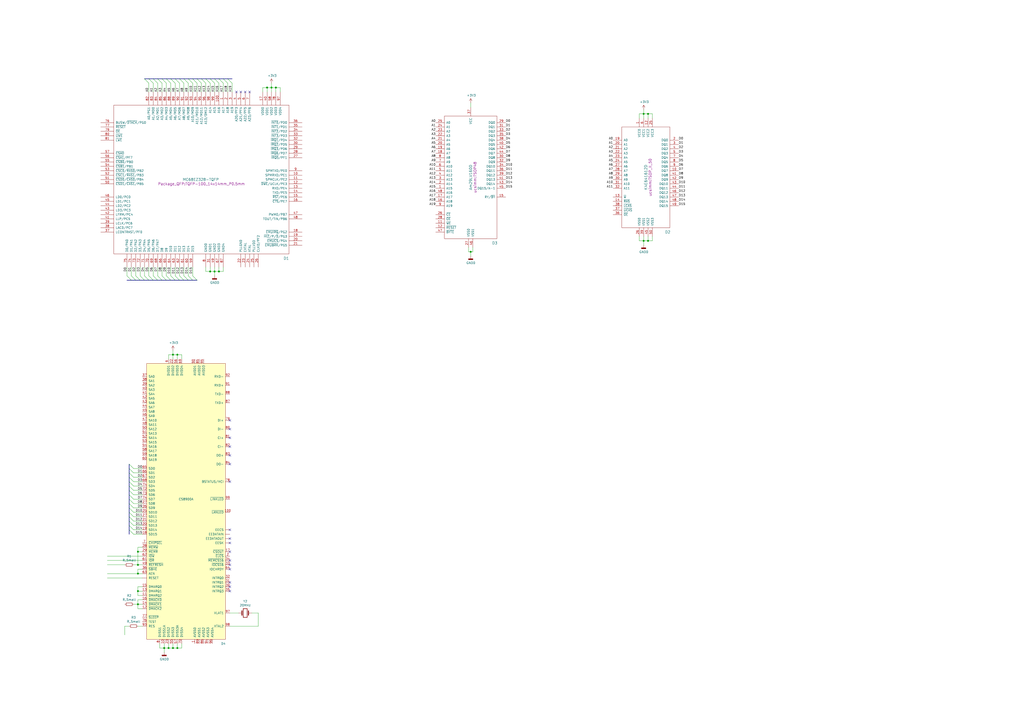
<source format=kicad_sch>
(kicad_sch (version 20211123) (generator eeschema)

  (uuid abe07c9a-17c3-43b5-b7a6-ae867ac27ea7)

  (paper "A2")

  (lib_symbols
    (symbol "Device:Crystal" (pin_numbers hide) (pin_names (offset 1.016) hide) (in_bom yes) (on_board yes)
      (property "Reference" "Y" (id 0) (at 0 3.81 0)
        (effects (font (size 1.27 1.27)))
      )
      (property "Value" "Crystal" (id 1) (at 0 -3.81 0)
        (effects (font (size 1.27 1.27)))
      )
      (property "Footprint" "" (id 2) (at 0 0 0)
        (effects (font (size 1.27 1.27)) hide)
      )
      (property "Datasheet" "~" (id 3) (at 0 0 0)
        (effects (font (size 1.27 1.27)) hide)
      )
      (property "ki_keywords" "quartz ceramic resonator oscillator" (id 4) (at 0 0 0)
        (effects (font (size 1.27 1.27)) hide)
      )
      (property "ki_description" "Two pin crystal" (id 5) (at 0 0 0)
        (effects (font (size 1.27 1.27)) hide)
      )
      (property "ki_fp_filters" "Crystal*" (id 6) (at 0 0 0)
        (effects (font (size 1.27 1.27)) hide)
      )
      (symbol "Crystal_0_1"
        (rectangle (start -1.143 2.54) (end 1.143 -2.54)
          (stroke (width 0.3048) (type default) (color 0 0 0 0))
          (fill (type none))
        )
        (polyline
          (pts
            (xy -2.54 0)
            (xy -1.905 0)
          )
          (stroke (width 0) (type default) (color 0 0 0 0))
          (fill (type none))
        )
        (polyline
          (pts
            (xy -1.905 -1.27)
            (xy -1.905 1.27)
          )
          (stroke (width 0.508) (type default) (color 0 0 0 0))
          (fill (type none))
        )
        (polyline
          (pts
            (xy 1.905 -1.27)
            (xy 1.905 1.27)
          )
          (stroke (width 0.508) (type default) (color 0 0 0 0))
          (fill (type none))
        )
        (polyline
          (pts
            (xy 2.54 0)
            (xy 1.905 0)
          )
          (stroke (width 0) (type default) (color 0 0 0 0))
          (fill (type none))
        )
      )
      (symbol "Crystal_1_1"
        (pin passive line (at -3.81 0 0) (length 1.27)
          (name "1" (effects (font (size 1.27 1.27))))
          (number "1" (effects (font (size 1.27 1.27))))
        )
        (pin passive line (at 3.81 0 180) (length 1.27)
          (name "2" (effects (font (size 1.27 1.27))))
          (number "2" (effects (font (size 1.27 1.27))))
        )
      )
    )
    (symbol "Device:R_Small" (pin_numbers hide) (pin_names (offset 0.254) hide) (in_bom yes) (on_board yes)
      (property "Reference" "R" (id 0) (at 0.762 0.508 0)
        (effects (font (size 1.27 1.27)) (justify left))
      )
      (property "Value" "R_Small" (id 1) (at 0.762 -1.016 0)
        (effects (font (size 1.27 1.27)) (justify left))
      )
      (property "Footprint" "" (id 2) (at 0 0 0)
        (effects (font (size 1.27 1.27)) hide)
      )
      (property "Datasheet" "~" (id 3) (at 0 0 0)
        (effects (font (size 1.27 1.27)) hide)
      )
      (property "ki_keywords" "R resistor" (id 4) (at 0 0 0)
        (effects (font (size 1.27 1.27)) hide)
      )
      (property "ki_description" "Resistor, small symbol" (id 5) (at 0 0 0)
        (effects (font (size 1.27 1.27)) hide)
      )
      (property "ki_fp_filters" "R_*" (id 6) (at 0 0 0)
        (effects (font (size 1.27 1.27)) hide)
      )
      (symbol "R_Small_0_1"
        (rectangle (start -0.762 1.778) (end 0.762 -1.778)
          (stroke (width 0.2032) (type default) (color 0 0 0 0))
          (fill (type none))
        )
      )
      (symbol "R_Small_1_1"
        (pin passive line (at 0 2.54 270) (length 0.762)
          (name "~" (effects (font (size 1.27 1.27))))
          (number "1" (effects (font (size 1.27 1.27))))
        )
        (pin passive line (at 0 -2.54 90) (length 0.762)
          (name "~" (effects (font (size 1.27 1.27))))
          (number "2" (effects (font (size 1.27 1.27))))
        )
      )
    )
    (symbol "power:+3.3V" (power) (pin_names (offset 0)) (in_bom yes) (on_board yes)
      (property "Reference" "#PWR" (id 0) (at 0 -3.81 0)
        (effects (font (size 1.27 1.27)) hide)
      )
      (property "Value" "+3.3V" (id 1) (at 0 3.556 0)
        (effects (font (size 1.27 1.27)))
      )
      (property "Footprint" "" (id 2) (at 0 0 0)
        (effects (font (size 1.27 1.27)) hide)
      )
      (property "Datasheet" "" (id 3) (at 0 0 0)
        (effects (font (size 1.27 1.27)) hide)
      )
      (property "ki_keywords" "power-flag" (id 4) (at 0 0 0)
        (effects (font (size 1.27 1.27)) hide)
      )
      (property "ki_description" "Power symbol creates a global label with name \"+3.3V\"" (id 5) (at 0 0 0)
        (effects (font (size 1.27 1.27)) hide)
      )
      (symbol "+3.3V_0_1"
        (polyline
          (pts
            (xy -0.762 1.27)
            (xy 0 2.54)
          )
          (stroke (width 0) (type default) (color 0 0 0 0))
          (fill (type none))
        )
        (polyline
          (pts
            (xy 0 0)
            (xy 0 2.54)
          )
          (stroke (width 0) (type default) (color 0 0 0 0))
          (fill (type none))
        )
        (polyline
          (pts
            (xy 0 2.54)
            (xy 0.762 1.27)
          )
          (stroke (width 0) (type default) (color 0 0 0 0))
          (fill (type none))
        )
      )
      (symbol "+3.3V_1_1"
        (pin power_in line (at 0 0 90) (length 0) hide
          (name "+3V3" (effects (font (size 1.27 1.27))))
          (number "1" (effects (font (size 1.27 1.27))))
        )
      )
    )
    (symbol "power:GNDD" (power) (pin_names (offset 0)) (in_bom yes) (on_board yes)
      (property "Reference" "#PWR" (id 0) (at 0 -6.35 0)
        (effects (font (size 1.27 1.27)) hide)
      )
      (property "Value" "GNDD" (id 1) (at 0 -3.175 0)
        (effects (font (size 1.27 1.27)))
      )
      (property "Footprint" "" (id 2) (at 0 0 0)
        (effects (font (size 1.27 1.27)) hide)
      )
      (property "Datasheet" "" (id 3) (at 0 0 0)
        (effects (font (size 1.27 1.27)) hide)
      )
      (property "ki_keywords" "power-flag" (id 4) (at 0 0 0)
        (effects (font (size 1.27 1.27)) hide)
      )
      (property "ki_description" "Power symbol creates a global label with name \"GNDD\" , digital ground" (id 5) (at 0 0 0)
        (effects (font (size 1.27 1.27)) hide)
      )
      (symbol "GNDD_0_1"
        (rectangle (start -1.27 -1.524) (end 1.27 -2.032)
          (stroke (width 0.254) (type default) (color 0 0 0 0))
          (fill (type outline))
        )
        (polyline
          (pts
            (xy 0 0)
            (xy 0 -1.524)
          )
          (stroke (width 0) (type default) (color 0 0 0 0))
          (fill (type none))
        )
      )
      (symbol "GNDD_1_1"
        (pin power_in line (at 0 0 270) (length 0) hide
          (name "GNDD" (effects (font (size 1.27 1.27))))
          (number "1" (effects (font (size 1.27 1.27))))
        )
      )
    )
    (symbol "ucsimm-rescue:Am29LV160D-ucsimm" (pin_names (offset 1.016)) (in_bom yes) (on_board yes)
      (property "Reference" "D" (id 0) (at 12.7 38.1 0)
        (effects (font (size 1.524 1.524)))
      )
      (property "Value" "Am29LV160D-ucsimm" (id 1) (at 0 0 0)
        (effects (font (size 1.524 1.524)))
      )
      (property "Footprint" "" (id 2) (at 0 0 0)
        (effects (font (size 1.524 1.524)))
      )
      (property "Datasheet" "" (id 3) (at 0 0 0)
        (effects (font (size 1.524 1.524)))
      )
      (symbol "Am29LV160D-ucsimm_0_1"
        (rectangle (start -15.24 35.56) (end 15.24 -35.56)
          (stroke (width 0) (type default) (color 0 0 0 0))
          (fill (type none))
        )
      )
      (symbol "Am29LV160D-ucsimm_1_1"
        (pin input line (at -20.32 -6.35 0) (length 5.08)
          (name "A15" (effects (font (size 1.27 1.27))))
          (number "1" (effects (font (size 1.27 1.27))))
        )
        (pin input line (at -20.32 -26.67 0) (length 5.08)
          (name "~{WE}" (effects (font (size 1.27 1.27))))
          (number "11" (effects (font (size 1.27 1.27))))
        )
        (pin input line (at -20.32 -29.21 0) (length 5.08)
          (name "~{RESET}" (effects (font (size 1.27 1.27))))
          (number "12" (effects (font (size 1.27 1.27))))
        )
        (pin output line (at 20.32 -11.43 180) (length 5.08)
          (name "RY/~{BY}" (effects (font (size 1.27 1.27))))
          (number "15" (effects (font (size 1.27 1.27))))
        )
        (pin input line (at -20.32 -13.97 0) (length 5.08)
          (name "A18" (effects (font (size 1.27 1.27))))
          (number "16" (effects (font (size 1.27 1.27))))
        )
        (pin input line (at -20.32 -11.43 0) (length 5.08)
          (name "A17" (effects (font (size 1.27 1.27))))
          (number "17" (effects (font (size 1.27 1.27))))
        )
        (pin input line (at -20.32 13.97 0) (length 5.08)
          (name "A7" (effects (font (size 1.27 1.27))))
          (number "18" (effects (font (size 1.27 1.27))))
        )
        (pin input line (at -20.32 16.51 0) (length 5.08)
          (name "A6" (effects (font (size 1.27 1.27))))
          (number "19" (effects (font (size 1.27 1.27))))
        )
        (pin input line (at -20.32 -3.81 0) (length 5.08)
          (name "A14" (effects (font (size 1.27 1.27))))
          (number "2" (effects (font (size 1.27 1.27))))
        )
        (pin input line (at -20.32 19.05 0) (length 5.08)
          (name "A5" (effects (font (size 1.27 1.27))))
          (number "20" (effects (font (size 1.27 1.27))))
        )
        (pin input line (at -20.32 21.59 0) (length 5.08)
          (name "A4" (effects (font (size 1.27 1.27))))
          (number "21" (effects (font (size 1.27 1.27))))
        )
        (pin input line (at -20.32 24.13 0) (length 5.08)
          (name "A3" (effects (font (size 1.27 1.27))))
          (number "22" (effects (font (size 1.27 1.27))))
        )
        (pin input line (at -20.32 26.67 0) (length 5.08)
          (name "A2" (effects (font (size 1.27 1.27))))
          (number "23" (effects (font (size 1.27 1.27))))
        )
        (pin input line (at -20.32 29.21 0) (length 5.08)
          (name "A1" (effects (font (size 1.27 1.27))))
          (number "24" (effects (font (size 1.27 1.27))))
        )
        (pin input line (at -20.32 31.75 0) (length 5.08)
          (name "A0" (effects (font (size 1.27 1.27))))
          (number "25" (effects (font (size 1.27 1.27))))
        )
        (pin input line (at -20.32 -21.59 0) (length 5.08)
          (name "~{CE}" (effects (font (size 1.27 1.27))))
          (number "26" (effects (font (size 1.27 1.27))))
        )
        (pin power_in line (at -1.27 -40.64 90) (length 5.08)
          (name "VSS0" (effects (font (size 1.27 1.27))))
          (number "27" (effects (font (size 1.27 1.27))))
        )
        (pin input line (at -20.32 -24.13 0) (length 5.08)
          (name "~{OE}" (effects (font (size 1.27 1.27))))
          (number "28" (effects (font (size 1.27 1.27))))
        )
        (pin bidirectional line (at 20.32 31.75 180) (length 5.08)
          (name "DQ0" (effects (font (size 1.27 1.27))))
          (number "29" (effects (font (size 1.27 1.27))))
        )
        (pin input line (at -20.32 -1.27 0) (length 5.08)
          (name "A13" (effects (font (size 1.27 1.27))))
          (number "3" (effects (font (size 1.27 1.27))))
        )
        (pin bidirectional line (at 20.32 11.43 180) (length 5.08)
          (name "DQ8" (effects (font (size 1.27 1.27))))
          (number "30" (effects (font (size 1.27 1.27))))
        )
        (pin bidirectional line (at 20.32 29.21 180) (length 5.08)
          (name "DQ1" (effects (font (size 1.27 1.27))))
          (number "31" (effects (font (size 1.27 1.27))))
        )
        (pin bidirectional line (at 20.32 8.89 180) (length 5.08)
          (name "DQ9" (effects (font (size 1.27 1.27))))
          (number "32" (effects (font (size 1.27 1.27))))
        )
        (pin bidirectional line (at 20.32 26.67 180) (length 5.08)
          (name "DQ2" (effects (font (size 1.27 1.27))))
          (number "33" (effects (font (size 1.27 1.27))))
        )
        (pin bidirectional line (at 20.32 6.35 180) (length 5.08)
          (name "DQ10" (effects (font (size 1.27 1.27))))
          (number "34" (effects (font (size 1.27 1.27))))
        )
        (pin bidirectional line (at 20.32 24.13 180) (length 5.08)
          (name "DQ3" (effects (font (size 1.27 1.27))))
          (number "35" (effects (font (size 1.27 1.27))))
        )
        (pin bidirectional line (at 20.32 3.81 180) (length 5.08)
          (name "DQ11" (effects (font (size 1.27 1.27))))
          (number "36" (effects (font (size 1.27 1.27))))
        )
        (pin power_in line (at 0 40.64 270) (length 5.08)
          (name "VCC" (effects (font (size 1.27 1.27))))
          (number "37" (effects (font (size 1.27 1.27))))
        )
        (pin bidirectional line (at 20.32 21.59 180) (length 5.08)
          (name "DQ4" (effects (font (size 1.27 1.27))))
          (number "38" (effects (font (size 1.27 1.27))))
        )
        (pin bidirectional line (at 20.32 1.27 180) (length 5.08)
          (name "DQ12" (effects (font (size 1.27 1.27))))
          (number "39" (effects (font (size 1.27 1.27))))
        )
        (pin input line (at -20.32 1.27 0) (length 5.08)
          (name "A12" (effects (font (size 1.27 1.27))))
          (number "4" (effects (font (size 1.27 1.27))))
        )
        (pin bidirectional line (at 20.32 19.05 180) (length 5.08)
          (name "DQ5" (effects (font (size 1.27 1.27))))
          (number "40" (effects (font (size 1.27 1.27))))
        )
        (pin bidirectional line (at 20.32 -1.27 180) (length 5.08)
          (name "DQ13" (effects (font (size 1.27 1.27))))
          (number "41" (effects (font (size 1.27 1.27))))
        )
        (pin bidirectional line (at 20.32 16.51 180) (length 5.08)
          (name "DQ6" (effects (font (size 1.27 1.27))))
          (number "42" (effects (font (size 1.27 1.27))))
        )
        (pin bidirectional line (at 20.32 -3.81 180) (length 5.08)
          (name "DQ14" (effects (font (size 1.27 1.27))))
          (number "43" (effects (font (size 1.27 1.27))))
        )
        (pin bidirectional line (at 20.32 13.97 180) (length 5.08)
          (name "DQ7" (effects (font (size 1.27 1.27))))
          (number "44" (effects (font (size 1.27 1.27))))
        )
        (pin bidirectional line (at 20.32 -6.35 180) (length 5.08)
          (name "DQ15/A-1" (effects (font (size 1.27 1.27))))
          (number "45" (effects (font (size 1.27 1.27))))
        )
        (pin power_in line (at 1.27 -40.64 90) (length 5.08)
          (name "VSS1" (effects (font (size 1.27 1.27))))
          (number "46" (effects (font (size 1.27 1.27))))
        )
        (pin input line (at -20.32 -31.75 0) (length 5.08)
          (name "~{BYTE}" (effects (font (size 1.27 1.27))))
          (number "47" (effects (font (size 1.27 1.27))))
        )
        (pin input line (at -20.32 -8.89 0) (length 5.08)
          (name "A16" (effects (font (size 1.27 1.27))))
          (number "48" (effects (font (size 1.27 1.27))))
        )
        (pin input line (at -20.32 3.81 0) (length 5.08)
          (name "A11" (effects (font (size 1.27 1.27))))
          (number "5" (effects (font (size 1.27 1.27))))
        )
        (pin input line (at -20.32 6.35 0) (length 5.08)
          (name "A10" (effects (font (size 1.27 1.27))))
          (number "6" (effects (font (size 1.27 1.27))))
        )
        (pin input line (at -20.32 8.89 0) (length 5.08)
          (name "A9" (effects (font (size 1.27 1.27))))
          (number "7" (effects (font (size 1.27 1.27))))
        )
        (pin input line (at -20.32 11.43 0) (length 5.08)
          (name "A8" (effects (font (size 1.27 1.27))))
          (number "8" (effects (font (size 1.27 1.27))))
        )
        (pin input line (at -20.32 -16.51 0) (length 5.08)
          (name "A19" (effects (font (size 1.27 1.27))))
          (number "9" (effects (font (size 1.27 1.27))))
        )
      )
    )
    (symbol "ucsimm-rescue:CS8900A-ucsimm" (pin_names (offset 1.016)) (in_bom yes) (on_board yes)
      (property "Reference" "D" (id 0) (at 22.86 -83.82 0)
        (effects (font (size 1.27 1.27)))
      )
      (property "Value" "CS8900A-ucsimm" (id 1) (at 0 0 0)
        (effects (font (size 1.27 1.27)))
      )
      (property "Footprint" "Package_QFP:TQFP-100_14x14mm_P0.5mm" (id 2) (at 0 60.96 0)
        (effects (font (size 1.27 1.27)) hide)
      )
      (property "Datasheet" "" (id 3) (at 0 60.96 0)
        (effects (font (size 1.27 1.27)) hide)
      )
      (symbol "CS8900A-ucsimm_0_1"
        (rectangle (start -22.86 78.74) (end 22.86 -81.28)
          (stroke (width 0) (type default) (color 0 0 0 0))
          (fill (type background))
        )
      )
      (symbol "CS8900A-ucsimm_1_1"
        (pin power_in line (at 5.08 -83.82 90) (length 2.54)
          (name "AVSS0" (effects (font (size 1.27 1.27))))
          (number "1" (effects (font (size 1.27 1.27))))
        )
        (pin power_in line (at -12.7 -83.82 90) (length 2.54)
          (name "DVSS1A" (effects (font (size 1.27 1.27))))
          (number "10" (effects (font (size 1.27 1.27))))
        )
        (pin output line (at 25.4 -7.62 180) (length 2.54)
          (name "~{LANLED}" (effects (font (size 1.27 1.27))))
          (number "100" (effects (font (size 1.27 1.27))))
        )
        (pin output line (at -25.4 -55.88 0) (length 2.54)
          (name "DMARQ2" (effects (font (size 1.27 1.27))))
          (number "11" (effects (font (size 1.27 1.27))))
        )
        (pin input line (at -25.4 -63.5 0) (length 2.54)
          (name "~{DMACK2}" (effects (font (size 1.27 1.27))))
          (number "12" (effects (font (size 1.27 1.27))))
        )
        (pin output line (at -25.4 -53.34 0) (length 2.54)
          (name "DMARQ1" (effects (font (size 1.27 1.27))))
          (number "13" (effects (font (size 1.27 1.27))))
        )
        (pin input line (at -25.4 -60.96 0) (length 2.54)
          (name "~{DMACK1}" (effects (font (size 1.27 1.27))))
          (number "14" (effects (font (size 1.27 1.27))))
        )
        (pin output line (at -25.4 -50.8 0) (length 2.54)
          (name "DMARQ0" (effects (font (size 1.27 1.27))))
          (number "15" (effects (font (size 1.27 1.27))))
        )
        (pin input line (at -25.4 -58.42 0) (length 2.54)
          (name "~{DMACK0}" (effects (font (size 1.27 1.27))))
          (number "16" (effects (font (size 1.27 1.27))))
        )
        (pin output line (at 25.4 -30.48 180) (length 2.54)
          (name "~{CSOUT}" (effects (font (size 1.27 1.27))))
          (number "17" (effects (font (size 1.27 1.27))))
        )
        (pin bidirectional line (at -25.4 -20.32 0) (length 2.54)
          (name "SD15" (effects (font (size 1.27 1.27))))
          (number "18" (effects (font (size 1.27 1.27))))
        )
        (pin bidirectional line (at -25.4 -17.78 0) (length 2.54)
          (name "SD14" (effects (font (size 1.27 1.27))))
          (number "19" (effects (font (size 1.27 1.27))))
        )
        (pin output line (at 25.4 -33.02 180) (length 2.54)
          (name "~{ELCS}" (effects (font (size 1.27 1.27))))
          (number "2" (effects (font (size 1.27 1.27))))
        )
        (pin bidirectional line (at -25.4 -15.24 0) (length 2.54)
          (name "SD13" (effects (font (size 1.27 1.27))))
          (number "20" (effects (font (size 1.27 1.27))))
        )
        (pin bidirectional line (at -25.4 -12.7 0) (length 2.54)
          (name "SD12" (effects (font (size 1.27 1.27))))
          (number "21" (effects (font (size 1.27 1.27))))
        )
        (pin power_in line (at -7.62 81.28 270) (length 2.54)
          (name "DVDD2" (effects (font (size 1.27 1.27))))
          (number "22" (effects (font (size 1.27 1.27))))
        )
        (pin power_in line (at -10.16 -83.82 90) (length 2.54)
          (name "DVSS2" (effects (font (size 1.27 1.27))))
          (number "23" (effects (font (size 1.27 1.27))))
        )
        (pin bidirectional line (at -25.4 -7.62 0) (length 2.54)
          (name "SD10" (effects (font (size 1.27 1.27))))
          (number "25" (effects (font (size 1.27 1.27))))
        )
        (pin bidirectional line (at -25.4 -5.08 0) (length 2.54)
          (name "SD9" (effects (font (size 1.27 1.27))))
          (number "26" (effects (font (size 1.27 1.27))))
        )
        (pin bidirectional line (at -25.4 -10.16 0) (length 2.54)
          (name "SD11" (effects (font (size 1.27 1.27))))
          (number "27" (effects (font (size 1.27 1.27))))
        )
        (pin bidirectional line (at -25.4 -2.54 0) (length 2.54)
          (name "SD8" (effects (font (size 1.27 1.27))))
          (number "27" (effects (font (size 1.27 1.27))))
        )
        (pin input line (at -25.4 -27.94 0) (length 2.54)
          (name "~{MEMW}" (effects (font (size 1.27 1.27))))
          (number "28" (effects (font (size 1.27 1.27))))
        )
        (pin input line (at -25.4 -30.48 0) (length 2.54)
          (name "~{MEMR}" (effects (font (size 1.27 1.27))))
          (number "29" (effects (font (size 1.27 1.27))))
        )
        (pin output line (at 25.4 -50.8 180) (length 2.54)
          (name "INTRQ2" (effects (font (size 1.27 1.27))))
          (number "30" (effects (font (size 1.27 1.27))))
        )
        (pin output line (at 25.4 -48.26 180) (length 2.54)
          (name "INTRQ1" (effects (font (size 1.27 1.27))))
          (number "31" (effects (font (size 1.27 1.27))))
        )
        (pin output line (at 25.4 -45.72 180) (length 2.54)
          (name "INTRQ0" (effects (font (size 1.27 1.27))))
          (number "32" (effects (font (size 1.27 1.27))))
        )
        (pin output line (at 25.4 -38.1 180) (length 2.54)
          (name "~{IOCS16}" (effects (font (size 1.27 1.27))))
          (number "33" (effects (font (size 1.27 1.27))))
        )
        (pin output line (at 25.4 -35.56 180) (length 2.54)
          (name "~{MEMCS16}" (effects (font (size 1.27 1.27))))
          (number "34" (effects (font (size 1.27 1.27))))
        )
        (pin output line (at 25.4 -53.34 180) (length 2.54)
          (name "INTRQ3" (effects (font (size 1.27 1.27))))
          (number "35" (effects (font (size 1.27 1.27))))
        )
        (pin input line (at -25.4 -40.64 0) (length 2.54)
          (name "~{SBHE}" (effects (font (size 1.27 1.27))))
          (number "36" (effects (font (size 1.27 1.27))))
        )
        (pin input line (at -25.4 71.12 0) (length 2.54)
          (name "SA0" (effects (font (size 1.27 1.27))))
          (number "37" (effects (font (size 1.27 1.27))))
        )
        (pin input line (at -25.4 68.58 0) (length 2.54)
          (name "SA1" (effects (font (size 1.27 1.27))))
          (number "38" (effects (font (size 1.27 1.27))))
        )
        (pin input line (at -25.4 66.04 0) (length 2.54)
          (name "SA2" (effects (font (size 1.27 1.27))))
          (number "39" (effects (font (size 1.27 1.27))))
        )
        (pin input line (at -25.4 63.5 0) (length 2.54)
          (name "SA3" (effects (font (size 1.27 1.27))))
          (number "40" (effects (font (size 1.27 1.27))))
        )
        (pin input line (at -25.4 60.96 0) (length 2.54)
          (name "SA4" (effects (font (size 1.27 1.27))))
          (number "41" (effects (font (size 1.27 1.27))))
        )
        (pin input line (at -25.4 58.42 0) (length 2.54)
          (name "SA5" (effects (font (size 1.27 1.27))))
          (number "42" (effects (font (size 1.27 1.27))))
        )
        (pin input line (at -25.4 55.88 0) (length 2.54)
          (name "SA6" (effects (font (size 1.27 1.27))))
          (number "43" (effects (font (size 1.27 1.27))))
        )
        (pin input line (at -25.4 53.34 0) (length 2.54)
          (name "SA7" (effects (font (size 1.27 1.27))))
          (number "44" (effects (font (size 1.27 1.27))))
        )
        (pin input line (at -25.4 50.8 0) (length 2.54)
          (name "SA8" (effects (font (size 1.27 1.27))))
          (number "45" (effects (font (size 1.27 1.27))))
        )
        (pin input line (at -25.4 48.26 0) (length 2.54)
          (name "SA9" (effects (font (size 1.27 1.27))))
          (number "46" (effects (font (size 1.27 1.27))))
        )
        (pin input line (at -25.4 45.72 0) (length 2.54)
          (name "SA10" (effects (font (size 1.27 1.27))))
          (number "47" (effects (font (size 1.27 1.27))))
        )
        (pin input line (at -25.4 43.18 0) (length 2.54)
          (name "SA11" (effects (font (size 1.27 1.27))))
          (number "48" (effects (font (size 1.27 1.27))))
        )
        (pin input line (at -25.4 -38.1 0) (length 2.54)
          (name "~{REFRESH}" (effects (font (size 1.27 1.27))))
          (number "49" (effects (font (size 1.27 1.27))))
        )
        (pin input line (at -25.4 40.64 0) (length 2.54)
          (name "SA12" (effects (font (size 1.27 1.27))))
          (number "50" (effects (font (size 1.27 1.27))))
        )
        (pin input line (at -25.4 38.1 0) (length 2.54)
          (name "SA13" (effects (font (size 1.27 1.27))))
          (number "51" (effects (font (size 1.27 1.27))))
        )
        (pin input line (at -25.4 35.56 0) (length 2.54)
          (name "SA14" (effects (font (size 1.27 1.27))))
          (number "52" (effects (font (size 1.27 1.27))))
        )
        (pin input line (at -25.4 33.02 0) (length 2.54)
          (name "SA15" (effects (font (size 1.27 1.27))))
          (number "53" (effects (font (size 1.27 1.27))))
        )
        (pin input line (at -25.4 30.48 0) (length 2.54)
          (name "SA16" (effects (font (size 1.27 1.27))))
          (number "54" (effects (font (size 1.27 1.27))))
        )
        (pin power_in line (at -7.62 -83.82 90) (length 2.54)
          (name "DVSS3" (effects (font (size 1.27 1.27))))
          (number "55" (effects (font (size 1.27 1.27))))
        )
        (pin power_in line (at -5.08 81.28 270) (length 2.54)
          (name "DVDD3" (effects (font (size 1.27 1.27))))
          (number "56" (effects (font (size 1.27 1.27))))
        )
        (pin power_in line (at -5.08 -83.82 90) (length 2.54)
          (name "DVSS3A" (effects (font (size 1.27 1.27))))
          (number "57" (effects (font (size 1.27 1.27))))
        )
        (pin input line (at -25.4 27.94 0) (length 2.54)
          (name "SA17" (effects (font (size 1.27 1.27))))
          (number "58" (effects (font (size 1.27 1.27))))
        )
        (pin input line (at -25.4 25.4 0) (length 2.54)
          (name "SA18" (effects (font (size 1.27 1.27))))
          (number "59" (effects (font (size 1.27 1.27))))
        )
        (pin input line (at -25.4 22.86 0) (length 2.54)
          (name "SA19" (effects (font (size 1.27 1.27))))
          (number "60" (effects (font (size 1.27 1.27))))
        )
        (pin input line (at -25.4 -35.56 0) (length 2.54)
          (name "~{IOR}" (effects (font (size 1.27 1.27))))
          (number "61" (effects (font (size 1.27 1.27))))
        )
        (pin input line (at -25.4 -33.02 0) (length 2.54)
          (name "~{IOW}" (effects (font (size 1.27 1.27))))
          (number "62" (effects (font (size 1.27 1.27))))
        )
        (pin input line (at -25.4 -43.18 0) (length 2.54)
          (name "AEN" (effects (font (size 1.27 1.27))))
          (number "63" (effects (font (size 1.27 1.27))))
        )
        (pin output line (at 25.4 -40.64 180) (length 2.54)
          (name "IOCHRDY" (effects (font (size 1.27 1.27))))
          (number "64" (effects (font (size 1.27 1.27))))
        )
        (pin bidirectional line (at -25.4 17.78 0) (length 2.54)
          (name "SD0" (effects (font (size 1.27 1.27))))
          (number "65" (effects (font (size 1.27 1.27))))
        )
        (pin bidirectional line (at -25.4 15.24 0) (length 2.54)
          (name "SD1" (effects (font (size 1.27 1.27))))
          (number "66" (effects (font (size 1.27 1.27))))
        )
        (pin bidirectional line (at -25.4 12.7 0) (length 2.54)
          (name "SD2" (effects (font (size 1.27 1.27))))
          (number "67" (effects (font (size 1.27 1.27))))
        )
        (pin bidirectional line (at -25.4 10.16 0) (length 2.54)
          (name "SD3" (effects (font (size 1.27 1.27))))
          (number "68" (effects (font (size 1.27 1.27))))
        )
        (pin power_in line (at -2.54 81.28 270) (length 2.54)
          (name "DVDD4" (effects (font (size 1.27 1.27))))
          (number "69" (effects (font (size 1.27 1.27))))
        )
        (pin input line (at -25.4 -25.4 0) (length 2.54)
          (name "~{CHIPSEL}" (effects (font (size 1.27 1.27))))
          (number "7" (effects (font (size 1.27 1.27))))
        )
        (pin power_in line (at -2.54 -83.82 90) (length 2.54)
          (name "DVSS4" (effects (font (size 1.27 1.27))))
          (number "70" (effects (font (size 1.27 1.27))))
        )
        (pin bidirectional line (at -25.4 5.08 0) (length 2.54)
          (name "SD5" (effects (font (size 1.27 1.27))))
          (number "72" (effects (font (size 1.27 1.27))))
        )
        (pin bidirectional line (at -25.4 2.54 0) (length 2.54)
          (name "SD6" (effects (font (size 1.27 1.27))))
          (number "73" (effects (font (size 1.27 1.27))))
        )
        (pin bidirectional line (at -25.4 7.62 0) (length 2.54)
          (name "SD4" (effects (font (size 1.27 1.27))))
          (number "74" (effects (font (size 1.27 1.27))))
        )
        (pin bidirectional line (at -25.4 0 0) (length 2.54)
          (name "SD7" (effects (font (size 1.27 1.27))))
          (number "74" (effects (font (size 1.27 1.27))))
        )
        (pin input line (at -25.4 -71.12 0) (length 2.54)
          (name "TEST" (effects (font (size 1.27 1.27))))
          (number "76" (effects (font (size 1.27 1.27))))
        )
        (pin input line (at -25.4 -68.58 0) (length 2.54)
          (name "~{SLEEP}" (effects (font (size 1.27 1.27))))
          (number "77" (effects (font (size 1.27 1.27))))
        )
        (pin input line (at 25.4 10.16 180) (length 2.54)
          (name "BSTATUS/HCI" (effects (font (size 1.27 1.27))))
          (number "78" (effects (font (size 1.27 1.27))))
        )
        (pin passive line (at 25.4 45.72 180) (length 2.54)
          (name "DI+" (effects (font (size 1.27 1.27))))
          (number "79" (effects (font (size 1.27 1.27))))
        )
        (pin power_in line (at -15.24 -83.82 90) (length 2.54)
          (name "DVSS1" (effects (font (size 1.27 1.27))))
          (number "8" (effects (font (size 1.27 1.27))))
        )
        (pin passive line (at 25.4 40.64 180) (length 2.54)
          (name "DI-" (effects (font (size 1.27 1.27))))
          (number "80" (effects (font (size 1.27 1.27))))
        )
        (pin passive line (at 25.4 35.56 180) (length 2.54)
          (name "CI+" (effects (font (size 1.27 1.27))))
          (number "81" (effects (font (size 1.27 1.27))))
        )
        (pin passive line (at 25.4 30.48 180) (length 2.54)
          (name "CI-" (effects (font (size 1.27 1.27))))
          (number "82" (effects (font (size 1.27 1.27))))
        )
        (pin passive line (at 25.4 25.4 180) (length 2.54)
          (name "DO+" (effects (font (size 1.27 1.27))))
          (number "83" (effects (font (size 1.27 1.27))))
        )
        (pin passive line (at 25.4 20.32 180) (length 2.54)
          (name "DO-" (effects (font (size 1.27 1.27))))
          (number "84" (effects (font (size 1.27 1.27))))
        )
        (pin power_in line (at 7.62 81.28 270) (length 2.54)
          (name "AVDD2" (effects (font (size 1.27 1.27))))
          (number "85" (effects (font (size 1.27 1.27))))
        )
        (pin power_in line (at 10.16 -83.82 90) (length 2.54)
          (name "AVSS2" (effects (font (size 1.27 1.27))))
          (number "86" (effects (font (size 1.27 1.27))))
        )
        (pin passive line (at 25.4 55.88 180) (length 2.54)
          (name "TXD+" (effects (font (size 1.27 1.27))))
          (number "87" (effects (font (size 1.27 1.27))))
        )
        (pin passive line (at 25.4 60.96 180) (length 2.54)
          (name "TXD-" (effects (font (size 1.27 1.27))))
          (number "88" (effects (font (size 1.27 1.27))))
        )
        (pin power_in line (at 7.62 -83.82 90) (length 2.54)
          (name "AVSS1" (effects (font (size 1.27 1.27))))
          (number "89" (effects (font (size 1.27 1.27))))
        )
        (pin power_in line (at -10.16 81.28 270) (length 2.54)
          (name "DVDD1" (effects (font (size 1.27 1.27))))
          (number "9" (effects (font (size 1.27 1.27))))
        )
        (pin power_in line (at 5.08 81.28 270) (length 2.54)
          (name "AVDD1" (effects (font (size 1.27 1.27))))
          (number "90" (effects (font (size 1.27 1.27))))
        )
        (pin passive line (at 25.4 66.04 180) (length 2.54)
          (name "RXD+" (effects (font (size 1.27 1.27))))
          (number "91" (effects (font (size 1.27 1.27))))
        )
        (pin passive line (at 25.4 71.12 180) (length 2.54)
          (name "RXD-" (effects (font (size 1.27 1.27))))
          (number "92" (effects (font (size 1.27 1.27))))
        )
        (pin passive line (at -25.4 -73.66 0) (length 2.54)
          (name "RES" (effects (font (size 1.27 1.27))))
          (number "93" (effects (font (size 1.27 1.27))))
        )
        (pin power_in line (at 12.7 -83.82 90) (length 2.54)
          (name "AVSS3" (effects (font (size 1.27 1.27))))
          (number "94" (effects (font (size 1.27 1.27))))
        )
        (pin power_in line (at 10.16 81.28 270) (length 2.54)
          (name "AVDD3" (effects (font (size 1.27 1.27))))
          (number "95" (effects (font (size 1.27 1.27))))
        )
        (pin power_in line (at 15.24 -83.82 90) (length 2.54)
          (name "AVSS4" (effects (font (size 1.27 1.27))))
          (number "96" (effects (font (size 1.27 1.27))))
        )
        (pin passive line (at 25.4 -66.04 180) (length 2.54)
          (name "XLAT1" (effects (font (size 1.27 1.27))))
          (number "97" (effects (font (size 1.27 1.27))))
        )
        (pin passive line (at 25.4 -73.66 180) (length 2.54)
          (name "XTAL2" (effects (font (size 1.27 1.27))))
          (number "98" (effects (font (size 1.27 1.27))))
        )
        (pin output line (at 25.4 0 180) (length 2.54)
          (name "~{LINKLED}" (effects (font (size 1.27 1.27))))
          (number "99" (effects (font (size 1.27 1.27))))
        )
        (pin input line (at 25.4 -17.78 180) (length 2.54)
          (name "EECS" (effects (font (size 1.27 1.27))))
          (number "~" (effects (font (size 1.27 1.27))))
        )
        (pin input line (at 25.4 -20.32 180) (length 2.54)
          (name "EEDATAIN" (effects (font (size 1.27 1.27))))
          (number "~" (effects (font (size 1.27 1.27))))
        )
        (pin input line (at 25.4 -22.86 180) (length 2.54)
          (name "EEDATAOUT" (effects (font (size 1.27 1.27))))
          (number "~" (effects (font (size 1.27 1.27))))
        )
        (pin input line (at 25.4 -25.4 180) (length 2.54)
          (name "EESK" (effects (font (size 1.27 1.27))))
          (number "~" (effects (font (size 1.27 1.27))))
        )
        (pin input line (at -25.4 -45.72 0) (length 2.54)
          (name "RESET" (effects (font (size 1.27 1.27))))
          (number "~" (effects (font (size 1.27 1.27))))
        )
      )
    )
    (symbol "ucsimm-rescue:K4E641612D-ucsimm" (pin_names (offset 1.016)) (in_bom yes) (on_board yes)
      (property "Reference" "D" (id 0) (at 11.43 31.75 0)
        (effects (font (size 1.524 1.524)))
      )
      (property "Value" "K4E641612D-ucsimm" (id 1) (at 0 0 0)
        (effects (font (size 1.524 1.524)))
      )
      (property "Footprint" "" (id 2) (at 0 3.81 0)
        (effects (font (size 1.524 1.524)))
      )
      (property "Datasheet" "" (id 3) (at 0 3.81 0)
        (effects (font (size 1.524 1.524)))
      )
      (symbol "K4E641612D-ucsimm_0_1"
        (rectangle (start -13.97 29.21) (end 13.97 -29.21)
          (stroke (width 0) (type default) (color 0 0 0 0))
          (fill (type none))
        )
      )
      (symbol "K4E641612D-ucsimm_1_1"
        (pin power_in line (at -3.81 34.29 270) (length 5.08)
          (name "VCC0" (effects (font (size 1.27 1.27))))
          (number "1" (effects (font (size 1.27 1.27))))
        )
        (pin bidirectional line (at 19.05 3.81 180) (length 5.08)
          (name "DQ7" (effects (font (size 1.27 1.27))))
          (number "10" (effects (font (size 1.27 1.27))))
        )
        (pin power_in line (at 1.27 34.29 270) (length 5.08)
          (name "VCC2" (effects (font (size 1.27 1.27))))
          (number "12" (effects (font (size 1.27 1.27))))
        )
        (pin input line (at -19.05 -11.43 0) (length 5.08)
          (name "~{W}" (effects (font (size 1.27 1.27))))
          (number "13" (effects (font (size 1.27 1.27))))
        )
        (pin input line (at -19.05 -13.97 0) (length 5.08)
          (name "~{RAS}" (effects (font (size 1.27 1.27))))
          (number "14" (effects (font (size 1.27 1.27))))
        )
        (pin input line (at -19.05 21.59 0) (length 5.08)
          (name "A0" (effects (font (size 1.27 1.27))))
          (number "19" (effects (font (size 1.27 1.27))))
        )
        (pin bidirectional line (at 19.05 21.59 180) (length 5.08)
          (name "DQ0" (effects (font (size 1.27 1.27))))
          (number "2" (effects (font (size 1.27 1.27))))
        )
        (pin input line (at -19.05 19.05 0) (length 5.08)
          (name "A1" (effects (font (size 1.27 1.27))))
          (number "20" (effects (font (size 1.27 1.27))))
        )
        (pin input line (at -19.05 16.51 0) (length 5.08)
          (name "A2" (effects (font (size 1.27 1.27))))
          (number "21" (effects (font (size 1.27 1.27))))
        )
        (pin input line (at -19.05 13.97 0) (length 5.08)
          (name "A3" (effects (font (size 1.27 1.27))))
          (number "22" (effects (font (size 1.27 1.27))))
        )
        (pin input line (at -19.05 11.43 0) (length 5.08)
          (name "A4" (effects (font (size 1.27 1.27))))
          (number "23" (effects (font (size 1.27 1.27))))
        )
        (pin input line (at -19.05 8.89 0) (length 5.08)
          (name "A5" (effects (font (size 1.27 1.27))))
          (number "24" (effects (font (size 1.27 1.27))))
        )
        (pin power_in line (at 3.81 34.29 270) (length 5.08)
          (name "VCC3" (effects (font (size 1.27 1.27))))
          (number "25" (effects (font (size 1.27 1.27))))
        )
        (pin power_in line (at -3.81 -34.29 90) (length 5.08)
          (name "VSS0" (effects (font (size 1.27 1.27))))
          (number "26" (effects (font (size 1.27 1.27))))
        )
        (pin input line (at -19.05 6.35 0) (length 5.08)
          (name "A6" (effects (font (size 1.27 1.27))))
          (number "27" (effects (font (size 1.27 1.27))))
        )
        (pin input line (at -19.05 3.81 0) (length 5.08)
          (name "A7" (effects (font (size 1.27 1.27))))
          (number "28" (effects (font (size 1.27 1.27))))
        )
        (pin input line (at -19.05 1.27 0) (length 5.08)
          (name "A8" (effects (font (size 1.27 1.27))))
          (number "29" (effects (font (size 1.27 1.27))))
        )
        (pin bidirectional line (at 19.05 19.05 180) (length 5.08)
          (name "DQ1" (effects (font (size 1.27 1.27))))
          (number "3" (effects (font (size 1.27 1.27))))
        )
        (pin input line (at -19.05 -1.27 0) (length 5.08)
          (name "A9" (effects (font (size 1.27 1.27))))
          (number "30" (effects (font (size 1.27 1.27))))
        )
        (pin input line (at -19.05 -3.81 0) (length 5.08)
          (name "A10" (effects (font (size 1.27 1.27))))
          (number "31" (effects (font (size 1.27 1.27))))
        )
        (pin input line (at -19.05 -6.35 0) (length 5.08)
          (name "A11" (effects (font (size 1.27 1.27))))
          (number "32" (effects (font (size 1.27 1.27))))
        )
        (pin input line (at -19.05 -21.59 0) (length 5.08)
          (name "~{OE}" (effects (font (size 1.27 1.27))))
          (number "36" (effects (font (size 1.27 1.27))))
        )
        (pin input line (at -19.05 -19.05 0) (length 5.08)
          (name "~{UCAS}" (effects (font (size 1.27 1.27))))
          (number "37" (effects (font (size 1.27 1.27))))
        )
        (pin input line (at -19.05 -16.51 0) (length 5.08)
          (name "~{LCAS}" (effects (font (size 1.27 1.27))))
          (number "38" (effects (font (size 1.27 1.27))))
        )
        (pin power_in line (at -1.27 -34.29 90) (length 5.08)
          (name "VSS1" (effects (font (size 1.27 1.27))))
          (number "39" (effects (font (size 1.27 1.27))))
        )
        (pin bidirectional line (at 19.05 16.51 180) (length 5.08)
          (name "DQ2" (effects (font (size 1.27 1.27))))
          (number "4" (effects (font (size 1.27 1.27))))
        )
        (pin bidirectional line (at 19.05 1.27 180) (length 5.08)
          (name "DQ8" (effects (font (size 1.27 1.27))))
          (number "41" (effects (font (size 1.27 1.27))))
        )
        (pin bidirectional line (at 19.05 -1.27 180) (length 5.08)
          (name "DQ9" (effects (font (size 1.27 1.27))))
          (number "42" (effects (font (size 1.27 1.27))))
        )
        (pin bidirectional line (at 19.05 -3.81 180) (length 5.08)
          (name "DQ10" (effects (font (size 1.27 1.27))))
          (number "43" (effects (font (size 1.27 1.27))))
        )
        (pin bidirectional line (at 19.05 -6.35 180) (length 5.08)
          (name "DQ11" (effects (font (size 1.27 1.27))))
          (number "44" (effects (font (size 1.27 1.27))))
        )
        (pin power_in line (at 1.27 -34.29 90) (length 5.08)
          (name "VSS2" (effects (font (size 1.27 1.27))))
          (number "45" (effects (font (size 1.27 1.27))))
        )
        (pin bidirectional line (at 19.05 -8.89 180) (length 5.08)
          (name "DQ12" (effects (font (size 1.27 1.27))))
          (number "46" (effects (font (size 1.27 1.27))))
        )
        (pin bidirectional line (at 19.05 -11.43 180) (length 5.08)
          (name "DQ13" (effects (font (size 1.27 1.27))))
          (number "47" (effects (font (size 1.27 1.27))))
        )
        (pin bidirectional line (at 19.05 -13.97 180) (length 5.08)
          (name "DQ14" (effects (font (size 1.27 1.27))))
          (number "48" (effects (font (size 1.27 1.27))))
        )
        (pin bidirectional line (at 19.05 -16.51 180) (length 5.08)
          (name "DQ15" (effects (font (size 1.27 1.27))))
          (number "49" (effects (font (size 1.27 1.27))))
        )
        (pin bidirectional line (at 19.05 13.97 180) (length 5.08)
          (name "DQ3" (effects (font (size 1.27 1.27))))
          (number "5" (effects (font (size 1.27 1.27))))
        )
        (pin power_in line (at 3.81 -34.29 90) (length 5.08)
          (name "VSS3" (effects (font (size 1.27 1.27))))
          (number "50" (effects (font (size 1.27 1.27))))
        )
        (pin power_in line (at -1.27 34.29 270) (length 5.08)
          (name "VCC1" (effects (font (size 1.27 1.27))))
          (number "6" (effects (font (size 1.27 1.27))))
        )
        (pin bidirectional line (at 19.05 11.43 180) (length 5.08)
          (name "DQ4" (effects (font (size 1.27 1.27))))
          (number "7" (effects (font (size 1.27 1.27))))
        )
        (pin bidirectional line (at 19.05 8.89 180) (length 5.08)
          (name "DQ5" (effects (font (size 1.27 1.27))))
          (number "8" (effects (font (size 1.27 1.27))))
        )
        (pin bidirectional line (at 19.05 6.35 180) (length 5.08)
          (name "DQ6" (effects (font (size 1.27 1.27))))
          (number "9" (effects (font (size 1.27 1.27))))
        )
      )
    )
    (symbol "ucsimm-rescue:MC68EZ328-TQFP-ucsimm" (pin_names (offset 1.016)) (in_bom yes) (on_board yes)
      (property "Reference" "D" (id 0) (at 0 -1.27 0)
        (effects (font (size 1.524 1.524)))
      )
      (property "Value" "MC68EZ328-TQFP-ucsimm" (id 1) (at 0 1.27 0)
        (effects (font (size 1.524 1.524)))
      )
      (property "Footprint" "" (id 2) (at 0 -19.05 0)
        (effects (font (size 1.524 1.524)))
      )
      (property "Datasheet" "" (id 3) (at 0 -19.05 0)
        (effects (font (size 1.524 1.524)))
      )
      (symbol "MC68EZ328-TQFP-ucsimm_0_1"
        (rectangle (start -50.8 43.18) (end 50.8 -43.18)
          (stroke (width 0) (type default) (color 0 0 0 0))
          (fill (type none))
        )
      )
      (symbol "MC68EZ328-TQFP-ucsimm_1_1"
        (pin output line (at 12.7 50.8 270) (length 7.62)
          (name "A17" (effects (font (size 1.27 1.27))))
          (number "1" (effects (font (size 1.27 1.27))))
        )
        (pin output line (at 58.42 2.54 180) (length 7.62)
          (name "SPMRXD/PE1" (effects (font (size 1.27 1.27))))
          (number "10" (effects (font (size 1.27 1.27))))
        )
        (pin output line (at 10.16 50.8 270) (length 7.62)
          (name "A16" (effects (font (size 1.27 1.27))))
          (number "100" (effects (font (size 1.27 1.27))))
        )
        (pin output line (at 58.42 0 180) (length 7.62)
          (name "SPMCLK/PE2" (effects (font (size 1.27 1.27))))
          (number "11" (effects (font (size 1.27 1.27))))
        )
        (pin output line (at 58.42 -2.54 180) (length 7.62)
          (name "~{DWE}/UCLK/PE3" (effects (font (size 1.27 1.27))))
          (number "12" (effects (font (size 1.27 1.27))))
        )
        (pin output line (at 58.42 -5.08 180) (length 7.62)
          (name "RXD/PE4" (effects (font (size 1.27 1.27))))
          (number "13" (effects (font (size 1.27 1.27))))
        )
        (pin output line (at 58.42 -7.62 180) (length 7.62)
          (name "TXD/PE5" (effects (font (size 1.27 1.27))))
          (number "14" (effects (font (size 1.27 1.27))))
        )
        (pin output line (at 58.42 -10.16 180) (length 7.62)
          (name "~{RST}/PE6" (effects (font (size 1.27 1.27))))
          (number "15" (effects (font (size 1.27 1.27))))
        )
        (pin output line (at 58.42 -12.7 180) (length 7.62)
          (name "~{CTS}/PE7" (effects (font (size 1.27 1.27))))
          (number "16" (effects (font (size 1.27 1.27))))
        )
        (pin power_in line (at 35.56 50.8 270) (length 7.62)
          (name "VDD0" (effects (font (size 1.27 1.27))))
          (number "17" (effects (font (size 1.27 1.27))))
        )
        (pin output line (at 58.42 -30.48 180) (length 7.62)
          (name "~{EMUIRQ}/PG2" (effects (font (size 1.27 1.27))))
          (number "18" (effects (font (size 1.27 1.27))))
        )
        (pin output line (at 58.42 -33.02 180) (length 7.62)
          (name "~{HIZ}/P/~{D}/PG3" (effects (font (size 1.27 1.27))))
          (number "19" (effects (font (size 1.27 1.27))))
        )
        (pin output line (at 15.24 50.8 270) (length 7.62)
          (name "A18" (effects (font (size 1.27 1.27))))
          (number "2" (effects (font (size 1.27 1.27))))
        )
        (pin output line (at 58.42 -35.56 180) (length 7.62)
          (name "~{EMUCS}/PG4" (effects (font (size 1.27 1.27))))
          (number "20" (effects (font (size 1.27 1.27))))
        )
        (pin output line (at 58.42 -38.1 180) (length 7.62)
          (name "~{EMUBRK}/PG5" (effects (font (size 1.27 1.27))))
          (number "21" (effects (font (size 1.27 1.27))))
        )
        (pin power_in line (at 22.86 -50.8 90) (length 7.62)
          (name "PLLGND" (effects (font (size 1.27 1.27))))
          (number "22" (effects (font (size 1.27 1.27))))
        )
        (pin output line (at 25.4 -50.8 90) (length 7.62)
          (name "EXTAL" (effects (font (size 1.27 1.27))))
          (number "23" (effects (font (size 1.27 1.27))))
        )
        (pin output line (at 27.94 -50.8 90) (length 7.62)
          (name "XTAL" (effects (font (size 1.27 1.27))))
          (number "24" (effects (font (size 1.27 1.27))))
        )
        (pin power_in line (at 30.48 -50.8 90) (length 7.62)
          (name "PLLVDD" (effects (font (size 1.27 1.27))))
          (number "25" (effects (font (size 1.27 1.27))))
        )
        (pin output line (at 33.02 -50.8 90) (length 7.62)
          (name "CLKO/PF2" (effects (font (size 1.27 1.27))))
          (number "26" (effects (font (size 1.27 1.27))))
        )
        (pin output line (at 58.42 12.7 180) (length 7.62)
          (name "~{IRQ5}/PF1" (effects (font (size 1.27 1.27))))
          (number "27" (effects (font (size 1.27 1.27))))
        )
        (pin output line (at 58.42 15.24 180) (length 7.62)
          (name "~{IRQ6}/PD7" (effects (font (size 1.27 1.27))))
          (number "28" (effects (font (size 1.27 1.27))))
        )
        (pin output line (at 58.42 17.78 180) (length 7.62)
          (name "~{IRQ3}/PD6" (effects (font (size 1.27 1.27))))
          (number "29" (effects (font (size 1.27 1.27))))
        )
        (pin output line (at 17.78 50.8 270) (length 7.62)
          (name "A19" (effects (font (size 1.27 1.27))))
          (number "3" (effects (font (size 1.27 1.27))))
        )
        (pin output line (at 58.42 20.32 180) (length 7.62)
          (name "~{IRQ2}/PD5" (effects (font (size 1.27 1.27))))
          (number "30" (effects (font (size 1.27 1.27))))
        )
        (pin power_in line (at 5.08 -50.8 90) (length 7.62)
          (name "GND1" (effects (font (size 1.27 1.27))))
          (number "31" (effects (font (size 1.27 1.27))))
        )
        (pin output line (at 58.42 22.86 180) (length 7.62)
          (name "~{IRQ1}/PD4" (effects (font (size 1.27 1.27))))
          (number "32" (effects (font (size 1.27 1.27))))
        )
        (pin output line (at 58.42 25.4 180) (length 7.62)
          (name "~{INT3}/PD3" (effects (font (size 1.27 1.27))))
          (number "33" (effects (font (size 1.27 1.27))))
        )
        (pin output line (at 58.42 27.94 180) (length 7.62)
          (name "~{INT2}/PD2" (effects (font (size 1.27 1.27))))
          (number "34" (effects (font (size 1.27 1.27))))
        )
        (pin output line (at 58.42 30.48 180) (length 7.62)
          (name "~{INT1}/PD1" (effects (font (size 1.27 1.27))))
          (number "35" (effects (font (size 1.27 1.27))))
        )
        (pin output line (at 58.42 33.02 180) (length 7.62)
          (name "~{INT0}/PD0" (effects (font (size 1.27 1.27))))
          (number "36" (effects (font (size 1.27 1.27))))
        )
        (pin output line (at -58.42 -30.48 0) (length 7.62)
          (name "LCONTRAST/PF0" (effects (font (size 1.27 1.27))))
          (number "37" (effects (font (size 1.27 1.27))))
        )
        (pin output line (at -58.42 -27.94 0) (length 7.62)
          (name "LACD/PC7" (effects (font (size 1.27 1.27))))
          (number "38" (effects (font (size 1.27 1.27))))
        )
        (pin output line (at -58.42 -25.4 0) (length 7.62)
          (name "LCLK/PC6" (effects (font (size 1.27 1.27))))
          (number "39" (effects (font (size 1.27 1.27))))
        )
        (pin output line (at 20.32 50.8 270) (length 7.62)
          (name "A20/PF3" (effects (font (size 1.27 1.27))))
          (number "4" (effects (font (size 1.27 1.27))))
        )
        (pin power_in line (at 38.1 50.8 270) (length 7.62)
          (name "VDD1" (effects (font (size 1.27 1.27))))
          (number "40" (effects (font (size 1.27 1.27))))
        )
        (pin output line (at -58.42 -22.86 0) (length 7.62)
          (name "LLP/PC5" (effects (font (size 1.27 1.27))))
          (number "41" (effects (font (size 1.27 1.27))))
        )
        (pin output line (at -58.42 -20.32 0) (length 7.62)
          (name "LFRM/PC4" (effects (font (size 1.27 1.27))))
          (number "42" (effects (font (size 1.27 1.27))))
        )
        (pin output line (at -58.42 -17.78 0) (length 7.62)
          (name "LD3/PC3" (effects (font (size 1.27 1.27))))
          (number "43" (effects (font (size 1.27 1.27))))
        )
        (pin output line (at -58.42 -15.24 0) (length 7.62)
          (name "LD2/PC2" (effects (font (size 1.27 1.27))))
          (number "44" (effects (font (size 1.27 1.27))))
        )
        (pin output line (at -58.42 -12.7 0) (length 7.62)
          (name "LD1/PC1" (effects (font (size 1.27 1.27))))
          (number "45" (effects (font (size 1.27 1.27))))
        )
        (pin output line (at -58.42 -10.16 0) (length 7.62)
          (name "LD0/PC0" (effects (font (size 1.27 1.27))))
          (number "46" (effects (font (size 1.27 1.27))))
        )
        (pin output line (at 58.42 -20.32 180) (length 7.62)
          (name "PWMO/PB7" (effects (font (size 1.27 1.27))))
          (number "47" (effects (font (size 1.27 1.27))))
        )
        (pin output line (at 58.42 -22.86 180) (length 7.62)
          (name "TOUT/TIN/PB6" (effects (font (size 1.27 1.27))))
          (number "48" (effects (font (size 1.27 1.27))))
        )
        (pin power_in line (at 7.62 -50.8 90) (length 7.62)
          (name "GND2" (effects (font (size 1.27 1.27))))
          (number "49" (effects (font (size 1.27 1.27))))
        )
        (pin output line (at 22.86 50.8 270) (length 7.62)
          (name "A21/PF4" (effects (font (size 1.27 1.27))))
          (number "5" (effects (font (size 1.27 1.27))))
        )
        (pin output line (at -58.42 -2.54 0) (length 7.62)
          (name "~{CSD1}/~{CAS1}/PB5" (effects (font (size 1.27 1.27))))
          (number "50" (effects (font (size 1.27 1.27))))
        )
        (pin output line (at -58.42 0 0) (length 7.62)
          (name "~{CSD0}/~{CAS0}/PB4" (effects (font (size 1.27 1.27))))
          (number "51" (effects (font (size 1.27 1.27))))
        )
        (pin output line (at -58.42 2.54 0) (length 7.62)
          (name "~{CSC1}/~{RAS1}/PB3" (effects (font (size 1.27 1.27))))
          (number "52" (effects (font (size 1.27 1.27))))
        )
        (pin output line (at -58.42 5.08 0) (length 7.62)
          (name "~{CSC0}/~{RAS0}/PB2" (effects (font (size 1.27 1.27))))
          (number "53" (effects (font (size 1.27 1.27))))
        )
        (pin output line (at -58.42 7.62 0) (length 7.62)
          (name "~{CSB1}/PB1" (effects (font (size 1.27 1.27))))
          (number "54" (effects (font (size 1.27 1.27))))
        )
        (pin output line (at -58.42 10.16 0) (length 7.62)
          (name "~{CSB0}/PB0" (effects (font (size 1.27 1.27))))
          (number "55" (effects (font (size 1.27 1.27))))
        )
        (pin output line (at -58.42 12.7 0) (length 7.62)
          (name "~{CSA1}/PF7" (effects (font (size 1.27 1.27))))
          (number "56" (effects (font (size 1.27 1.27))))
        )
        (pin output line (at -58.42 15.24 0) (length 7.62)
          (name "~{CSA0}" (effects (font (size 1.27 1.27))))
          (number "57" (effects (font (size 1.27 1.27))))
        )
        (pin power_in line (at 40.64 50.8 270) (length 7.62)
          (name "VDD2" (effects (font (size 1.27 1.27))))
          (number "58" (effects (font (size 1.27 1.27))))
        )
        (pin output line (at -5.08 -50.8 90) (length 7.62)
          (name "D15" (effects (font (size 1.27 1.27))))
          (number "59" (effects (font (size 1.27 1.27))))
        )
        (pin output line (at 25.4 50.8 270) (length 7.62)
          (name "A22/PF5" (effects (font (size 1.27 1.27))))
          (number "6" (effects (font (size 1.27 1.27))))
        )
        (pin output line (at -7.62 -50.8 90) (length 7.62)
          (name "D14" (effects (font (size 1.27 1.27))))
          (number "60" (effects (font (size 1.27 1.27))))
        )
        (pin output line (at -10.16 -50.8 90) (length 7.62)
          (name "D13" (effects (font (size 1.27 1.27))))
          (number "61" (effects (font (size 1.27 1.27))))
        )
        (pin output line (at -12.7 -50.8 90) (length 7.62)
          (name "D12" (effects (font (size 1.27 1.27))))
          (number "62" (effects (font (size 1.27 1.27))))
        )
        (pin output line (at -15.24 -50.8 90) (length 7.62)
          (name "D11" (effects (font (size 1.27 1.27))))
          (number "63" (effects (font (size 1.27 1.27))))
        )
        (pin output line (at -17.78 -50.8 90) (length 7.62)
          (name "D10" (effects (font (size 1.27 1.27))))
          (number "64" (effects (font (size 1.27 1.27))))
        )
        (pin output line (at -20.32 -50.8 90) (length 7.62)
          (name "D9" (effects (font (size 1.27 1.27))))
          (number "65" (effects (font (size 1.27 1.27))))
        )
        (pin output line (at -22.86 -50.8 90) (length 7.62)
          (name "D8" (effects (font (size 1.27 1.27))))
          (number "66" (effects (font (size 1.27 1.27))))
        )
        (pin power_in line (at 10.16 -50.8 90) (length 7.62)
          (name "GND3" (effects (font (size 1.27 1.27))))
          (number "67" (effects (font (size 1.27 1.27))))
        )
        (pin output line (at -25.4 -50.8 90) (length 7.62)
          (name "D7/PA7" (effects (font (size 1.27 1.27))))
          (number "68" (effects (font (size 1.27 1.27))))
        )
        (pin output line (at -27.94 -50.8 90) (length 7.62)
          (name "D6/PA6" (effects (font (size 1.27 1.27))))
          (number "69" (effects (font (size 1.27 1.27))))
        )
        (pin output line (at 27.94 50.8 270) (length 7.62)
          (name "A23/PF6" (effects (font (size 1.27 1.27))))
          (number "7" (effects (font (size 1.27 1.27))))
        )
        (pin output line (at -30.48 -50.8 90) (length 7.62)
          (name "D5/PA5" (effects (font (size 1.27 1.27))))
          (number "70" (effects (font (size 1.27 1.27))))
        )
        (pin output line (at -33.02 -50.8 90) (length 7.62)
          (name "D4/PA4" (effects (font (size 1.27 1.27))))
          (number "71" (effects (font (size 1.27 1.27))))
        )
        (pin output line (at -35.56 -50.8 90) (length 7.62)
          (name "D3/PA3" (effects (font (size 1.27 1.27))))
          (number "72" (effects (font (size 1.27 1.27))))
        )
        (pin output line (at -38.1 -50.8 90) (length 7.62)
          (name "D2/PA2" (effects (font (size 1.27 1.27))))
          (number "73" (effects (font (size 1.27 1.27))))
        )
        (pin output line (at -40.64 -50.8 90) (length 7.62)
          (name "D1/PA1" (effects (font (size 1.27 1.27))))
          (number "74" (effects (font (size 1.27 1.27))))
        )
        (pin output line (at -43.18 -50.8 90) (length 7.62)
          (name "D0/PA0" (effects (font (size 1.27 1.27))))
          (number "75" (effects (font (size 1.27 1.27))))
        )
        (pin output line (at -58.42 33.02 0) (length 7.62)
          (name "BUSW/~{DTACK}/PG0" (effects (font (size 1.27 1.27))))
          (number "76" (effects (font (size 1.27 1.27))))
        )
        (pin input line (at -58.42 30.48 0) (length 7.62)
          (name "~{RESET}" (effects (font (size 1.27 1.27))))
          (number "77" (effects (font (size 1.27 1.27))))
        )
        (pin power_in line (at 43.18 50.8 270) (length 7.62)
          (name "VDD3" (effects (font (size 1.27 1.27))))
          (number "78" (effects (font (size 1.27 1.27))))
        )
        (pin output line (at -58.42 27.94 0) (length 7.62)
          (name "~{OE}" (effects (font (size 1.27 1.27))))
          (number "79" (effects (font (size 1.27 1.27))))
        )
        (pin power_in line (at 2.54 -50.8 90) (length 7.62)
          (name "GND0" (effects (font (size 1.27 1.27))))
          (number "8" (effects (font (size 1.27 1.27))))
        )
        (pin output line (at -58.42 25.4 0) (length 7.62)
          (name "~{UWE}" (effects (font (size 1.27 1.27))))
          (number "80" (effects (font (size 1.27 1.27))))
        )
        (pin output line (at -58.42 22.86 0) (length 7.62)
          (name "~{LWE}" (effects (font (size 1.27 1.27))))
          (number "81" (effects (font (size 1.27 1.27))))
        )
        (pin output line (at -30.48 50.8 270) (length 7.62)
          (name "A0/PG1" (effects (font (size 1.27 1.27))))
          (number "82" (effects (font (size 1.27 1.27))))
        )
        (pin input line (at -27.94 50.8 270) (length 7.62)
          (name "A1/MD0" (effects (font (size 1.27 1.27))))
          (number "83" (effects (font (size 1.27 1.27))))
        )
        (pin input line (at -25.4 50.8 270) (length 7.62)
          (name "A2/MD1" (effects (font (size 1.27 1.27))))
          (number "84" (effects (font (size 1.27 1.27))))
        )
        (pin output line (at -22.86 50.8 270) (length 7.62)
          (name "A3/MD2" (effects (font (size 1.27 1.27))))
          (number "85" (effects (font (size 1.27 1.27))))
        )
        (pin output line (at -20.32 50.8 270) (length 7.62)
          (name "A4/MD3" (effects (font (size 1.27 1.27))))
          (number "86" (effects (font (size 1.27 1.27))))
        )
        (pin power_in line (at 12.7 -50.8 90) (length 7.62)
          (name "GND4" (effects (font (size 1.27 1.27))))
          (number "87" (effects (font (size 1.27 1.27))))
        )
        (pin output line (at -17.78 50.8 270) (length 7.62)
          (name "A5/MD4" (effects (font (size 1.27 1.27))))
          (number "88" (effects (font (size 1.27 1.27))))
        )
        (pin output line (at -15.24 50.8 270) (length 7.62)
          (name "A6/MD5" (effects (font (size 1.27 1.27))))
          (number "89" (effects (font (size 1.27 1.27))))
        )
        (pin output line (at 58.42 5.08 180) (length 7.62)
          (name "SPMTXD/PE0" (effects (font (size 1.27 1.27))))
          (number "9" (effects (font (size 1.27 1.27))))
        )
        (pin output line (at -12.7 50.8 270) (length 7.62)
          (name "A7/MD6" (effects (font (size 1.27 1.27))))
          (number "90" (effects (font (size 1.27 1.27))))
        )
        (pin output line (at -10.16 50.8 270) (length 7.62)
          (name "A8/MD7" (effects (font (size 1.27 1.27))))
          (number "91" (effects (font (size 1.27 1.27))))
        )
        (pin output line (at -7.62 50.8 270) (length 7.62)
          (name "A9/MD8" (effects (font (size 1.27 1.27))))
          (number "92" (effects (font (size 1.27 1.27))))
        )
        (pin output line (at -5.08 50.8 270) (length 7.62)
          (name "A10/MD9" (effects (font (size 1.27 1.27))))
          (number "93" (effects (font (size 1.27 1.27))))
        )
        (pin output line (at -2.54 50.8 270) (length 7.62)
          (name "A11/MD10" (effects (font (size 1.27 1.27))))
          (number "94" (effects (font (size 1.27 1.27))))
        )
        (pin output line (at 0 50.8 270) (length 7.62)
          (name "A12/MD11" (effects (font (size 1.27 1.27))))
          (number "95" (effects (font (size 1.27 1.27))))
        )
        (pin output line (at 2.54 50.8 270) (length 7.62)
          (name "A13/DM12" (effects (font (size 1.27 1.27))))
          (number "96" (effects (font (size 1.27 1.27))))
        )
        (pin power_in line (at 45.72 50.8 270) (length 7.62)
          (name "VDD4" (effects (font (size 1.27 1.27))))
          (number "97" (effects (font (size 1.27 1.27))))
        )
        (pin output line (at 5.08 50.8 270) (length 7.62)
          (name "A14" (effects (font (size 1.27 1.27))))
          (number "98" (effects (font (size 1.27 1.27))))
        )
        (pin output line (at 7.62 50.8 270) (length 7.62)
          (name "A15" (effects (font (size 1.27 1.27))))
          (number "99" (effects (font (size 1.27 1.27))))
        )
      )
    )
  )

  (junction (at 102.87 375.92) (diameter 0) (color 0 0 0 0)
    (uuid 00f3ea8b-8a54-4e56-84ff-d98f6c00496c)
  )
  (junction (at 100.33 375.92) (diameter 0) (color 0 0 0 0)
    (uuid 0520f61d-4522-4301-a3fa-8ed0bf060f69)
  )
  (junction (at 375.92 139.7) (diameter 0) (color 0 0 0 0)
    (uuid 0ae82096-0994-4fb0-9a2a-d4ac4804abac)
  )
  (junction (at 80.01 327.66) (diameter 0) (color 0 0 0 0)
    (uuid 22bb6c80-05a9-4d89-98b0-f4c23fe6c1ce)
  )
  (junction (at 80.01 332.74) (diameter 0) (color 0 0 0 0)
    (uuid 30c33e3e-fb78-498d-bffe-76273d527004)
  )
  (junction (at 100.33 205.74) (diameter 0) (color 0 0 0 0)
    (uuid 479331ff-c540-41f4-84e6-b48d65171e59)
  )
  (junction (at 160.02 50.8) (diameter 0) (color 0 0 0 0)
    (uuid 5701b80f-f006-4814-81c9-0c7f006088a9)
  )
  (junction (at 124.46 157.48) (diameter 0) (color 0 0 0 0)
    (uuid 593b8647-0095-46cc-ba23-3cf2a86edb5e)
  )
  (junction (at 80.01 350.52) (diameter 0) (color 0 0 0 0)
    (uuid 5c30b9b4-3014-4f50-9329-27a539b67e01)
  )
  (junction (at 273.05 146.05) (diameter 0) (color 0 0 0 0)
    (uuid 6b7c1048-12b6-46b2-b762-fa3ad30472dd)
  )
  (junction (at 97.79 375.92) (diameter 0) (color 0 0 0 0)
    (uuid 795e68e2-c9ba-45cf-9bff-89b8fae05b5a)
  )
  (junction (at 127 157.48) (diameter 0) (color 0 0 0 0)
    (uuid 8cd050d6-228c-4da0-9533-b4f8d14cfb34)
  )
  (junction (at 157.48 50.8) (diameter 0) (color 0 0 0 0)
    (uuid 9286cf02-1563-41d2-9931-c192c33bab31)
  )
  (junction (at 102.87 205.74) (diameter 0) (color 0 0 0 0)
    (uuid 997c2f12-73ba-4c01-9ee0-42e37cbab790)
  )
  (junction (at 373.38 139.7) (diameter 0) (color 0 0 0 0)
    (uuid b9bb0e73-161a-4d06-b6eb-a9f66d8a95f5)
  )
  (junction (at 80.01 342.9) (diameter 0) (color 0 0 0 0)
    (uuid bdf40d30-88ff-4479-bad1-69529464b61b)
  )
  (junction (at 154.94 50.8) (diameter 0) (color 0 0 0 0)
    (uuid d1eca865-05c5-48a4-96cf-ed5f8a640e25)
  )
  (junction (at 375.92 66.04) (diameter 0) (color 0 0 0 0)
    (uuid e1c30a32-820e-4b17-aec9-5cb8b76f0ccc)
  )
  (junction (at 121.92 157.48) (diameter 0) (color 0 0 0 0)
    (uuid f1e619ac-5067-41df-8384-776ec70a6093)
  )
  (junction (at 80.01 320.04) (diameter 0) (color 0 0 0 0)
    (uuid f8bd6470-fafd-47f2-8ed5-9449988187ce)
  )
  (junction (at 95.25 375.92) (diameter 0) (color 0 0 0 0)
    (uuid fd3499d5-6fd2-49a4-bdb0-109cee899fde)
  )
  (junction (at 373.38 66.04) (diameter 0) (color 0 0 0 0)
    (uuid fef37e8b-0ff0-4da2-8a57-acaf19551d1a)
  )

  (no_connect (at 133.35 337.82) (uuid 00e38d63-5436-49db-81f5-697421f168fc))
  (no_connect (at 133.35 259.08) (uuid 088f77ba-fca9-42b3-876e-a6937267f957))
  (no_connect (at 139.7 53.34) (uuid 0e1ed1c5-7428-4dc7-b76e-49b2d5f8177d))
  (no_connect (at 142.24 53.34) (uuid 14c51520-6d91-4098-a59a-5121f2a898f7))
  (no_connect (at 144.78 53.34) (uuid 2d67a417-188f-4014-9282-000265d80009))
  (no_connect (at 133.35 342.9) (uuid 38a501e2-0ee8-439d-bd02-e9e90e7503e9))
  (no_connect (at 133.35 330.2) (uuid 61fe4c73-be59-4519-98f1-a634322a841d))
  (no_connect (at 133.35 312.42) (uuid 699feae1-8cdd-4d2b-947f-f24849c73cdb))
  (no_connect (at 133.35 320.04) (uuid 6e435cd4-da2b-4602-a0aa-5dd988834dff))
  (no_connect (at 133.35 248.92) (uuid 6f80f798-dc24-438f-a1eb-4ee2936267c8))
  (no_connect (at 133.35 340.36) (uuid 70e4263f-d95a-4431-b3f3-cfc800c82056))
  (no_connect (at 133.35 264.16) (uuid 71989e06-8659-4605-b2da-4f729cc41263))
  (no_connect (at 133.35 269.24) (uuid 9a0b74a5-4879-4b51-8e8e-6d85a0107422))
  (no_connect (at 133.35 325.12) (uuid c0c2eb8e-f6d1-4506-8e6b-4f995ad74c1f))
  (no_connect (at 133.35 314.96) (uuid d88958ac-68cd-4955-a63f-0eaa329dec86))
  (no_connect (at 133.35 307.34) (uuid e5864fe6-2a71-47f0-90ce-38c3f8901580))
  (no_connect (at 133.35 279.4) (uuid eae14f5f-515c-4a6f-ad0e-e8ef233d14bf))
  (no_connect (at 137.16 53.34) (uuid f40d350f-0d3e-4f8a-b004-d950f2f8f1ba))
  (no_connect (at 133.35 254) (uuid f66398f1-1ae7-4d4d-939f-958c174c6bce))
  (no_connect (at 133.35 243.84) (uuid f78e02cd-9600-4173-be8d-67e530b5d19f))
  (no_connect (at 133.35 327.66) (uuid f9c81c26-f253-4227-a69f-53e64841cfbe))

  (bus_entry (at 129.54 45.72) (size 2.54 2.54)
    (stroke (width 0) (type default) (color 0 0 0 0))
    (uuid 0ce8d3ab-2662-4158-8a2a-18b782908fc5)
  )
  (bus_entry (at 124.46 45.72) (size 2.54 2.54)
    (stroke (width 0) (type default) (color 0 0 0 0))
    (uuid 0e8f7fc0-2ef2-4b90-9c15-8a3a601ee459)
  )
  (bus_entry (at 74.93 269.24) (size 2.54 2.54)
    (stroke (width 0) (type default) (color 0 0 0 0))
    (uuid 180245d9-4a3f-4d1b-adcc-b4eafac722e0)
  )
  (bus_entry (at 93.98 45.72) (size 2.54 2.54)
    (stroke (width 0) (type default) (color 0 0 0 0))
    (uuid 20c315f4-1e4f-49aa-8d61-778a7389df7e)
  )
  (bus_entry (at 101.6 160.02) (size 2.54 2.54)
    (stroke (width 0) (type default) (color 0 0 0 0))
    (uuid 22999e73-da32-43a5-9163-4b3a41614f25)
  )
  (bus_entry (at 83.82 160.02) (size 2.54 2.54)
    (stroke (width 0) (type default) (color 0 0 0 0))
    (uuid 262f1ea9-0133-4b43-be36-456207ea857c)
  )
  (bus_entry (at 104.14 45.72) (size 2.54 2.54)
    (stroke (width 0) (type default) (color 0 0 0 0))
    (uuid 27d56953-c620-4d5b-9c1c-e48bc3d9684a)
  )
  (bus_entry (at 74.93 274.32) (size 2.54 2.54)
    (stroke (width 0) (type default) (color 0 0 0 0))
    (uuid 28e37b45-f843-47c2-85c9-ca19f5430ece)
  )
  (bus_entry (at 132.08 45.72) (size 2.54 2.54)
    (stroke (width 0) (type default) (color 0 0 0 0))
    (uuid 29195ea4-8218-44a1-b4bf-466bee0082e4)
  )
  (bus_entry (at 114.3 45.72) (size 2.54 2.54)
    (stroke (width 0) (type default) (color 0 0 0 0))
    (uuid 29e058a7-50a3-43e5-81c3-bfee53da08be)
  )
  (bus_entry (at 74.93 299.72) (size 2.54 2.54)
    (stroke (width 0) (type default) (color 0 0 0 0))
    (uuid 3326423d-8df7-4a7e-a354-349430b8fbd7)
  )
  (bus_entry (at 121.92 45.72) (size 2.54 2.54)
    (stroke (width 0) (type default) (color 0 0 0 0))
    (uuid 382ca670-6ae8-4de6-90f9-f241d1337171)
  )
  (bus_entry (at 74.93 281.94) (size 2.54 2.54)
    (stroke (width 0) (type default) (color 0 0 0 0))
    (uuid 3c5e5ea9-793d-46e3-86bc-5884c4490dc7)
  )
  (bus_entry (at 111.76 45.72) (size 2.54 2.54)
    (stroke (width 0) (type default) (color 0 0 0 0))
    (uuid 3fd54105-4b7e-4004-9801-76ec66108a22)
  )
  (bus_entry (at 109.22 160.02) (size 2.54 2.54)
    (stroke (width 0) (type default) (color 0 0 0 0))
    (uuid 40b14a16-fb82-4b9d-89dd-55cd98abb5cc)
  )
  (bus_entry (at 74.93 302.26) (size 2.54 2.54)
    (stroke (width 0) (type default) (color 0 0 0 0))
    (uuid 4d4fecdd-be4a-47e9-9085-2268d5852d8f)
  )
  (bus_entry (at 74.93 297.18) (size 2.54 2.54)
    (stroke (width 0) (type default) (color 0 0 0 0))
    (uuid 4ec618ae-096f-4256-9328-005ee04f13d6)
  )
  (bus_entry (at 76.2 160.02) (size 2.54 2.54)
    (stroke (width 0) (type default) (color 0 0 0 0))
    (uuid 576c6616-e95d-4f1e-8ead-dea30fcdc8c2)
  )
  (bus_entry (at 116.84 45.72) (size 2.54 2.54)
    (stroke (width 0) (type default) (color 0 0 0 0))
    (uuid 5cf2db29-f7ab-499a-9907-cdeba64bf0f3)
  )
  (bus_entry (at 74.93 289.56) (size 2.54 2.54)
    (stroke (width 0) (type default) (color 0 0 0 0))
    (uuid 5d9921f1-08b3-4cc9-8cf7-e9a72ca2fdb7)
  )
  (bus_entry (at 91.44 160.02) (size 2.54 2.54)
    (stroke (width 0) (type default) (color 0 0 0 0))
    (uuid 5edcefbe-9766-42c8-9529-28d0ec865573)
  )
  (bus_entry (at 106.68 160.02) (size 2.54 2.54)
    (stroke (width 0) (type default) (color 0 0 0 0))
    (uuid 658dad07-97fd-466c-8b49-21892ac96ea4)
  )
  (bus_entry (at 104.14 160.02) (size 2.54 2.54)
    (stroke (width 0) (type default) (color 0 0 0 0))
    (uuid 6e68f0cd-800e-4167-9553-71fc59da1eeb)
  )
  (bus_entry (at 109.22 45.72) (size 2.54 2.54)
    (stroke (width 0) (type default) (color 0 0 0 0))
    (uuid 6fd4442e-30b3-428b-9306-61418a63d311)
  )
  (bus_entry (at 88.9 160.02) (size 2.54 2.54)
    (stroke (width 0) (type default) (color 0 0 0 0))
    (uuid 721d1be9-236e-470b-ba69-f1cc6c43faf9)
  )
  (bus_entry (at 91.44 45.72) (size 2.54 2.54)
    (stroke (width 0) (type default) (color 0 0 0 0))
    (uuid 7a4ce4b3-518a-4819-b8b2-5127b3347c64)
  )
  (bus_entry (at 73.66 160.02) (size 2.54 2.54)
    (stroke (width 0) (type default) (color 0 0 0 0))
    (uuid 7b044939-8c4d-444f-b9e0-a15fcdeb5a86)
  )
  (bus_entry (at 96.52 45.72) (size 2.54 2.54)
    (stroke (width 0) (type default) (color 0 0 0 0))
    (uuid 7e0a03ae-d054-4f76-a131-5c09b8dc1636)
  )
  (bus_entry (at 96.52 160.02) (size 2.54 2.54)
    (stroke (width 0) (type default) (color 0 0 0 0))
    (uuid 81a15393-727e-448b-a777-b18773023d89)
  )
  (bus_entry (at 74.93 304.8) (size 2.54 2.54)
    (stroke (width 0) (type default) (color 0 0 0 0))
    (uuid 8458d41c-5d62-455d-b6e1-9f718c0faac9)
  )
  (bus_entry (at 74.93 276.86) (size 2.54 2.54)
    (stroke (width 0) (type default) (color 0 0 0 0))
    (uuid 88610282-a92d-4c3d-917a-ea95d59e0759)
  )
  (bus_entry (at 78.74 160.02) (size 2.54 2.54)
    (stroke (width 0) (type default) (color 0 0 0 0))
    (uuid 89e83c2e-e90a-4a50-b278-880bac0cfb49)
  )
  (bus_entry (at 106.68 45.72) (size 2.54 2.54)
    (stroke (width 0) (type default) (color 0 0 0 0))
    (uuid 8d0c1d66-35ef-4a53-a28f-436a11b54f42)
  )
  (bus_entry (at 74.93 307.34) (size 2.54 2.54)
    (stroke (width 0) (type default) (color 0 0 0 0))
    (uuid 8de2d84c-ff45-4d4f-bc49-c166f6ae6b91)
  )
  (bus_entry (at 101.6 45.72) (size 2.54 2.54)
    (stroke (width 0) (type default) (color 0 0 0 0))
    (uuid 9193c41e-d425-447d-b95c-6986d66ea01c)
  )
  (bus_entry (at 74.93 294.64) (size 2.54 2.54)
    (stroke (width 0) (type default) (color 0 0 0 0))
    (uuid 92035a88-6c95-4a61-bd8a-cb8dd9e5018a)
  )
  (bus_entry (at 74.93 279.4) (size 2.54 2.54)
    (stroke (width 0) (type default) (color 0 0 0 0))
    (uuid 98914cc3-56fe-40bb-820a-3d157225c145)
  )
  (bus_entry (at 74.93 284.48) (size 2.54 2.54)
    (stroke (width 0) (type default) (color 0 0 0 0))
    (uuid 9dcdc92b-2219-4a4a-8954-45f02cc3ab25)
  )
  (bus_entry (at 99.06 160.02) (size 2.54 2.54)
    (stroke (width 0) (type default) (color 0 0 0 0))
    (uuid a4f86a46-3bc8-4daa-9125-a63f297eb114)
  )
  (bus_entry (at 81.28 160.02) (size 2.54 2.54)
    (stroke (width 0) (type default) (color 0 0 0 0))
    (uuid a5e521b9-814e-4853-a5ac-f158785c6269)
  )
  (bus_entry (at 86.36 45.72) (size 2.54 2.54)
    (stroke (width 0) (type default) (color 0 0 0 0))
    (uuid a6b7df29-bcf8-46a9-b623-7eaac47f5110)
  )
  (bus_entry (at 88.9 45.72) (size 2.54 2.54)
    (stroke (width 0) (type default) (color 0 0 0 0))
    (uuid a9b3f6e4-7a6d-4ae8-ad28-3d8458e0ca1a)
  )
  (bus_entry (at 127 45.72) (size 2.54 2.54)
    (stroke (width 0) (type default) (color 0 0 0 0))
    (uuid b0906e10-2fbc-4309-a8b4-6fc4cd1a5490)
  )
  (bus_entry (at 111.76 160.02) (size 2.54 2.54)
    (stroke (width 0) (type default) (color 0 0 0 0))
    (uuid c09938fd-06b9-4771-9f63-2311626243b3)
  )
  (bus_entry (at 86.36 160.02) (size 2.54 2.54)
    (stroke (width 0) (type default) (color 0 0 0 0))
    (uuid c1c799a0-3c93-493a-9ad7-8a0561bc69ee)
  )
  (bus_entry (at 74.93 292.1) (size 2.54 2.54)
    (stroke (width 0) (type default) (color 0 0 0 0))
    (uuid c8b6b273-3d20-4a46-8069-f6d608563604)
  )
  (bus_entry (at 99.06 45.72) (size 2.54 2.54)
    (stroke (width 0) (type default) (color 0 0 0 0))
    (uuid d6fb27cf-362d-4568-967c-a5bf49d5931b)
  )
  (bus_entry (at 83.82 45.72) (size 2.54 2.54)
    (stroke (width 0) (type default) (color 0 0 0 0))
    (uuid d9c6d5d2-0b49-49ba-a970-cd2c32f74c54)
  )
  (bus_entry (at 74.93 287.02) (size 2.54 2.54)
    (stroke (width 0) (type default) (color 0 0 0 0))
    (uuid dae72997-44fc-4275-b36f-cd70bf46cfba)
  )
  (bus_entry (at 93.98 160.02) (size 2.54 2.54)
    (stroke (width 0) (type default) (color 0 0 0 0))
    (uuid ec5c2062-3a41-4636-8803-069e60a1641a)
  )
  (bus_entry (at 74.93 271.78) (size 2.54 2.54)
    (stroke (width 0) (type default) (color 0 0 0 0))
    (uuid f8f3a9fc-1e34-4573-a767-508104e8d242)
  )
  (bus_entry (at 119.38 45.72) (size 2.54 2.54)
    (stroke (width 0) (type default) (color 0 0 0 0))
    (uuid feb26ecb-9193-46ea-a41b-d09305bf0a3e)
  )

  (wire (pts (xy 95.25 375.92) (xy 95.25 378.46))
    (stroke (width 0) (type default) (color 0 0 0 0))
    (uuid 009b5465-0a65-4237-93e7-eb65321eeb18)
  )
  (bus (pts (xy 114.3 45.72) (xy 116.84 45.72))
    (stroke (width 0) (type default) (color 0 0 0 0))
    (uuid 010961e2-6f48-4d46-93cd-06d9cc68cf94)
  )

  (wire (pts (xy 129.54 157.48) (xy 129.54 154.94))
    (stroke (width 0) (type default) (color 0 0 0 0))
    (uuid 011ee658-718d-416a-85fd-961729cd1ee5)
  )
  (bus (pts (xy 83.82 162.56) (xy 86.36 162.56))
    (stroke (width 0) (type default) (color 0 0 0 0))
    (uuid 01573dcd-40ec-4fc4-830b-2ffcb4206300)
  )
  (bus (pts (xy 132.08 45.72) (xy 134.62 45.72))
    (stroke (width 0) (type default) (color 0 0 0 0))
    (uuid 02e78ad8-09a4-439d-95ee-3e2015414491)
  )

  (wire (pts (xy 111.76 154.94) (xy 111.76 160.02))
    (stroke (width 0) (type default) (color 0 0 0 0))
    (uuid 0325ec43-0390-4ae2-b055-b1ec6ce17b1c)
  )
  (wire (pts (xy 373.38 139.7) (xy 375.92 139.7))
    (stroke (width 0) (type default) (color 0 0 0 0))
    (uuid 03c7f780-fc1b-487a-b30d-567d6c09fdc8)
  )
  (wire (pts (xy 106.68 154.94) (xy 106.68 160.02))
    (stroke (width 0) (type default) (color 0 0 0 0))
    (uuid 057af6bb-cf6f-4bfb-b0c0-2e92a2c09a47)
  )
  (bus (pts (xy 111.76 45.72) (xy 114.3 45.72))
    (stroke (width 0) (type default) (color 0 0 0 0))
    (uuid 062bfe21-50bc-4c32-bf88-2a9a625d664f)
  )

  (wire (pts (xy 82.55 281.94) (xy 77.47 281.94))
    (stroke (width 0) (type default) (color 0 0 0 0))
    (uuid 076046ab-4b56-4060-b8d9-0d80806d0277)
  )
  (wire (pts (xy 80.01 342.9) (xy 80.01 340.36))
    (stroke (width 0) (type default) (color 0 0 0 0))
    (uuid 0a1a4d88-972a-46ce-b25e-6cb796bd41f7)
  )
  (wire (pts (xy 273.05 146.05) (xy 273.05 148.59))
    (stroke (width 0) (type default) (color 0 0 0 0))
    (uuid 0cc45b5b-96b3-4284-9cae-a3a9e324a916)
  )
  (wire (pts (xy 77.47 327.66) (xy 80.01 327.66))
    (stroke (width 0) (type default) (color 0 0 0 0))
    (uuid 0fd35a3e-b394-4aae-875a-fac843f9cbb7)
  )
  (wire (pts (xy 378.46 139.7) (xy 378.46 137.16))
    (stroke (width 0) (type default) (color 0 0 0 0))
    (uuid 0fdc6f30-77bc-4e9b-8665-c8aa9acf5bf9)
  )
  (wire (pts (xy 119.38 53.34) (xy 119.38 48.26))
    (stroke (width 0) (type default) (color 0 0 0 0))
    (uuid 101ef598-601d-400e-9ef6-d655fbb1dbfa)
  )
  (wire (pts (xy 82.55 284.48) (xy 77.47 284.48))
    (stroke (width 0) (type default) (color 0 0 0 0))
    (uuid 1171ce37-6ad7-4662-bb68-5592c945ebf3)
  )
  (wire (pts (xy 105.41 205.74) (xy 105.41 208.28))
    (stroke (width 0) (type default) (color 0 0 0 0))
    (uuid 1199146e-a60b-416a-b503-e77d6d2892f9)
  )
  (bus (pts (xy 109.22 162.56) (xy 111.76 162.56))
    (stroke (width 0) (type default) (color 0 0 0 0))
    (uuid 13aed896-c368-45df-8c8e-b5276d2260c5)
  )

  (wire (pts (xy 100.33 375.92) (xy 100.33 373.38))
    (stroke (width 0) (type default) (color 0 0 0 0))
    (uuid 143ed874-a01f-4ced-ba4e-bbb66ddd1f70)
  )
  (wire (pts (xy 133.35 363.22) (xy 149.86 363.22))
    (stroke (width 0) (type default) (color 0 0 0 0))
    (uuid 155b0b7c-70b4-4a26-a550-bac13cab0aa4)
  )
  (wire (pts (xy 96.52 53.34) (xy 96.52 48.26))
    (stroke (width 0) (type default) (color 0 0 0 0))
    (uuid 15fe8f3d-6077-4e0e-81d0-8ec3f4538981)
  )
  (wire (pts (xy 99.06 154.94) (xy 99.06 160.02))
    (stroke (width 0) (type default) (color 0 0 0 0))
    (uuid 173f6f06-e7d0-42ac-ab03-ce6b79b9eeee)
  )
  (wire (pts (xy 124.46 157.48) (xy 124.46 160.02))
    (stroke (width 0) (type default) (color 0 0 0 0))
    (uuid 18c61c95-8af1-4986-b67e-c7af9c15ab6b)
  )
  (bus (pts (xy 109.22 45.72) (xy 111.76 45.72))
    (stroke (width 0) (type default) (color 0 0 0 0))
    (uuid 1910973b-3e1a-4e5b-9ac7-08060a29985f)
  )

  (wire (pts (xy 82.55 276.86) (xy 77.47 276.86))
    (stroke (width 0) (type default) (color 0 0 0 0))
    (uuid 196a8dd5-5fd6-4c7f-ae4a-0104bd82e61b)
  )
  (bus (pts (xy 86.36 45.72) (xy 88.9 45.72))
    (stroke (width 0) (type default) (color 0 0 0 0))
    (uuid 1cc92eb5-0944-4516-b2fd-595f7795a98a)
  )
  (bus (pts (xy 101.6 162.56) (xy 104.14 162.56))
    (stroke (width 0) (type default) (color 0 0 0 0))
    (uuid 1dd3f962-5748-406e-9e93-5433cdf60104)
  )

  (wire (pts (xy 80.01 353.06) (xy 82.55 353.06))
    (stroke (width 0) (type default) (color 0 0 0 0))
    (uuid 1f9ae101-c652-4998-a503-17aedf3d5746)
  )
  (wire (pts (xy 133.35 355.6) (xy 138.43 355.6))
    (stroke (width 0) (type default) (color 0 0 0 0))
    (uuid 1fa508ef-df83-4c99-846b-9acf535b3ad9)
  )
  (wire (pts (xy 82.55 302.26) (xy 77.47 302.26))
    (stroke (width 0) (type default) (color 0 0 0 0))
    (uuid 1fbb0219-551e-409b-a61b-76e8cebdfb9d)
  )
  (bus (pts (xy 74.93 274.32) (xy 74.93 276.86))
    (stroke (width 0) (type default) (color 0 0 0 0))
    (uuid 2052f0e6-2be5-4448-8bdb-ca816b0c14f9)
  )

  (wire (pts (xy 375.92 66.04) (xy 375.92 68.58))
    (stroke (width 0) (type default) (color 0 0 0 0))
    (uuid 224768bc-6009-43ba-aa4a-70cbaa15b5a3)
  )
  (bus (pts (xy 73.66 162.56) (xy 76.2 162.56))
    (stroke (width 0) (type default) (color 0 0 0 0))
    (uuid 2878a73c-5447-4cd9-8194-14f52ab9459c)
  )

  (wire (pts (xy 97.79 375.92) (xy 97.79 373.38))
    (stroke (width 0) (type default) (color 0 0 0 0))
    (uuid 2891767f-251c-48c4-91c0-deb1b368f45c)
  )
  (wire (pts (xy 82.55 345.44) (xy 80.01 345.44))
    (stroke (width 0) (type default) (color 0 0 0 0))
    (uuid 29bb7297-26fb-4776-9266-2355d022bab0)
  )
  (wire (pts (xy 80.01 320.04) (xy 80.01 327.66))
    (stroke (width 0) (type default) (color 0 0 0 0))
    (uuid 2db910a0-b943-40b4-b81f-068ba5265f56)
  )
  (wire (pts (xy 96.52 154.94) (xy 96.52 160.02))
    (stroke (width 0) (type default) (color 0 0 0 0))
    (uuid 2e842263-c0ba-46fd-a760-6624d4c78278)
  )
  (bus (pts (xy 74.93 299.72) (xy 74.93 302.26))
    (stroke (width 0) (type default) (color 0 0 0 0))
    (uuid 2ec73d24-6f86-4f96-a70e-b6a7ae1aa56f)
  )

  (wire (pts (xy 80.01 363.22) (xy 82.55 363.22))
    (stroke (width 0) (type default) (color 0 0 0 0))
    (uuid 30317bf0-88bb-49e7-bf8b-9f3883982225)
  )
  (wire (pts (xy 91.44 154.94) (xy 91.44 160.02))
    (stroke (width 0) (type default) (color 0 0 0 0))
    (uuid 309b3bff-19c8-41ec-a84d-63399c649f46)
  )
  (bus (pts (xy 74.93 302.26) (xy 74.93 304.8))
    (stroke (width 0) (type default) (color 0 0 0 0))
    (uuid 30caf215-e84c-47fb-98de-61c695014026)
  )

  (wire (pts (xy 106.68 53.34) (xy 106.68 48.26))
    (stroke (width 0) (type default) (color 0 0 0 0))
    (uuid 35a9f71f-ba35-47f6-814e-4106ac36c51e)
  )
  (wire (pts (xy 80.01 342.9) (xy 82.55 342.9))
    (stroke (width 0) (type default) (color 0 0 0 0))
    (uuid 36d783e7-096f-4c97-9672-7e08c083b87b)
  )
  (bus (pts (xy 111.76 162.56) (xy 114.3 162.56))
    (stroke (width 0) (type default) (color 0 0 0 0))
    (uuid 399191b8-8b7b-4250-8232-13bcd8d54727)
  )

  (wire (pts (xy 149.86 363.22) (xy 149.86 355.6))
    (stroke (width 0) (type default) (color 0 0 0 0))
    (uuid 399fc36a-ed5d-44b5-82f7-c6f83d9acc14)
  )
  (wire (pts (xy 157.48 53.34) (xy 157.48 50.8))
    (stroke (width 0) (type default) (color 0 0 0 0))
    (uuid 3b686d17-1000-4762-ba31-589d599a3edf)
  )
  (wire (pts (xy 80.01 317.5) (xy 80.01 320.04))
    (stroke (width 0) (type default) (color 0 0 0 0))
    (uuid 3f8a5430-68a9-4732-9b89-4e00dd8ae219)
  )
  (wire (pts (xy 375.92 139.7) (xy 378.46 139.7))
    (stroke (width 0) (type default) (color 0 0 0 0))
    (uuid 4107d40a-e5df-4255-aacc-13f9928e090c)
  )
  (wire (pts (xy 102.87 375.92) (xy 102.87 373.38))
    (stroke (width 0) (type default) (color 0 0 0 0))
    (uuid 411d4270-c66c-4318-b7fb-1470d34862b8)
  )
  (bus (pts (xy 93.98 45.72) (xy 96.52 45.72))
    (stroke (width 0) (type default) (color 0 0 0 0))
    (uuid 42bc0da6-4c60-48c4-9d16-4154c191a763)
  )

  (wire (pts (xy 82.55 317.5) (xy 80.01 317.5))
    (stroke (width 0) (type default) (color 0 0 0 0))
    (uuid 42ff012d-5eb7-42b9-bb45-415cf26799c6)
  )
  (wire (pts (xy 82.55 289.56) (xy 77.47 289.56))
    (stroke (width 0) (type default) (color 0 0 0 0))
    (uuid 43707e99-bdd7-4b02-9974-540ed6c2b0aa)
  )
  (bus (pts (xy 74.93 269.24) (xy 74.93 271.78))
    (stroke (width 0) (type default) (color 0 0 0 0))
    (uuid 44646447-0a8e-4aec-a74e-22bf765d0f33)
  )

  (wire (pts (xy 82.55 271.78) (xy 77.47 271.78))
    (stroke (width 0) (type default) (color 0 0 0 0))
    (uuid 45884597-7014-4461-83ee-9975c42b9a53)
  )
  (bus (pts (xy 74.93 292.1) (xy 74.93 294.64))
    (stroke (width 0) (type default) (color 0 0 0 0))
    (uuid 4606986e-2944-4218-b5ea-646f2ccbc821)
  )

  (wire (pts (xy 101.6 154.94) (xy 101.6 160.02))
    (stroke (width 0) (type default) (color 0 0 0 0))
    (uuid 4632212f-13ce-4392-bc68-ccb9ba333770)
  )
  (wire (pts (xy 100.33 205.74) (xy 102.87 205.74))
    (stroke (width 0) (type default) (color 0 0 0 0))
    (uuid 477892a1-722e-4cda-bb6c-fcdb8ba5f93e)
  )
  (wire (pts (xy 273.05 146.05) (xy 274.32 146.05))
    (stroke (width 0) (type default) (color 0 0 0 0))
    (uuid 4a850cb6-bb24-4274-a902-e49f34f0a0e3)
  )
  (wire (pts (xy 273.05 62.23) (xy 273.05 59.69))
    (stroke (width 0) (type default) (color 0 0 0 0))
    (uuid 4b03e854-02fe-44cc-bece-f8268b7cae54)
  )
  (wire (pts (xy 100.33 205.74) (xy 100.33 208.28))
    (stroke (width 0) (type default) (color 0 0 0 0))
    (uuid 4d586a18-26c5-441e-a9ff-8125ee516126)
  )
  (wire (pts (xy 127 157.48) (xy 129.54 157.48))
    (stroke (width 0) (type default) (color 0 0 0 0))
    (uuid 4e27930e-1827-4788-aa6b-487321d46602)
  )
  (bus (pts (xy 74.93 276.86) (xy 74.93 279.4))
    (stroke (width 0) (type default) (color 0 0 0 0))
    (uuid 512529e9-be80-4d45-a96f-1145329198b3)
  )

  (wire (pts (xy 82.55 309.88) (xy 77.47 309.88))
    (stroke (width 0) (type default) (color 0 0 0 0))
    (uuid 54212c01-b363-47b8-a145-45c40df316f4)
  )
  (bus (pts (xy 91.44 162.56) (xy 93.98 162.56))
    (stroke (width 0) (type default) (color 0 0 0 0))
    (uuid 55d3bb9a-fd07-47f6-ac8c-0b322236c705)
  )

  (wire (pts (xy 82.55 332.74) (xy 80.01 332.74))
    (stroke (width 0) (type default) (color 0 0 0 0))
    (uuid 57276367-9ce4-4738-88d7-6e8cb94c966c)
  )
  (bus (pts (xy 81.28 162.56) (xy 83.82 162.56))
    (stroke (width 0) (type default) (color 0 0 0 0))
    (uuid 585973da-78da-4a59-b329-47a7ee730e8a)
  )

  (wire (pts (xy 80.01 330.2) (xy 82.55 330.2))
    (stroke (width 0) (type default) (color 0 0 0 0))
    (uuid 5b0a5a46-7b51-4262-a80e-d33dd1806615)
  )
  (wire (pts (xy 109.22 53.34) (xy 109.22 48.26))
    (stroke (width 0) (type default) (color 0 0 0 0))
    (uuid 5b34a16c-5a14-4291-8242-ea6d6ac54372)
  )
  (bus (pts (xy 106.68 162.56) (xy 109.22 162.56))
    (stroke (width 0) (type default) (color 0 0 0 0))
    (uuid 5e4b2c9f-9bc2-49ff-aea8-a1c7d303de00)
  )

  (wire (pts (xy 124.46 157.48) (xy 127 157.48))
    (stroke (width 0) (type default) (color 0 0 0 0))
    (uuid 60aa0ce8-9d0e-48ca-bbf9-866403979e9b)
  )
  (wire (pts (xy 160.02 50.8) (xy 162.56 50.8))
    (stroke (width 0) (type default) (color 0 0 0 0))
    (uuid 63c56ea4-91a3-4172-b9de-a4388cc8f894)
  )
  (wire (pts (xy 129.54 53.34) (xy 129.54 48.26))
    (stroke (width 0) (type default) (color 0 0 0 0))
    (uuid 65134029-dbd2-409a-85a8-13c2a33ff019)
  )
  (wire (pts (xy 157.48 50.8) (xy 160.02 50.8))
    (stroke (width 0) (type default) (color 0 0 0 0))
    (uuid 66bc2bca-dab7-4947-a0ff-403cdaf9fb89)
  )
  (wire (pts (xy 114.3 53.34) (xy 114.3 48.26))
    (stroke (width 0) (type default) (color 0 0 0 0))
    (uuid 6781326c-6e0d-4753-8f28-0f5c687e01f9)
  )
  (bus (pts (xy 74.93 297.18) (xy 74.93 299.72))
    (stroke (width 0) (type default) (color 0 0 0 0))
    (uuid 710c87df-58cf-4d1c-ad64-932a210b6aae)
  )

  (wire (pts (xy 97.79 375.92) (xy 100.33 375.92))
    (stroke (width 0) (type default) (color 0 0 0 0))
    (uuid 71f92193-19b0-44ed-bc7f-77535083d769)
  )
  (wire (pts (xy 119.38 157.48) (xy 121.92 157.48))
    (stroke (width 0) (type default) (color 0 0 0 0))
    (uuid 72508b1f-1505-46cb-9d37-2081c5a12aca)
  )
  (wire (pts (xy 373.38 66.04) (xy 373.38 68.58))
    (stroke (width 0) (type default) (color 0 0 0 0))
    (uuid 752417ee-7d0b-4ac8-a22c-26669881a2ab)
  )
  (bus (pts (xy 74.93 287.02) (xy 74.93 289.56))
    (stroke (width 0) (type default) (color 0 0 0 0))
    (uuid 75825f50-70b2-445a-90be-0311b87c7e5c)
  )
  (bus (pts (xy 74.93 281.94) (xy 74.93 284.48))
    (stroke (width 0) (type default) (color 0 0 0 0))
    (uuid 75e40396-82ab-4fbe-8918-2c9f61b8e319)
  )

  (wire (pts (xy 82.55 297.18) (xy 77.47 297.18))
    (stroke (width 0) (type default) (color 0 0 0 0))
    (uuid 79770cd5-32d7-429a-8248-0d9e6212231a)
  )
  (wire (pts (xy 152.4 53.34) (xy 152.4 50.8))
    (stroke (width 0) (type default) (color 0 0 0 0))
    (uuid 7a2f50f6-0c99-4e8d-9c2a-8f2f961d2e6d)
  )
  (wire (pts (xy 121.92 157.48) (xy 124.46 157.48))
    (stroke (width 0) (type default) (color 0 0 0 0))
    (uuid 7a74c4b1-6243-4a12-85a2-bc41d346e7aa)
  )
  (wire (pts (xy 82.55 304.8) (xy 77.47 304.8))
    (stroke (width 0) (type default) (color 0 0 0 0))
    (uuid 7bfba61b-6752-4a45-9ee6-5984dcb15041)
  )
  (wire (pts (xy 121.92 157.48) (xy 121.92 154.94))
    (stroke (width 0) (type default) (color 0 0 0 0))
    (uuid 7d76d925-f900-42af-a03f-bb32d2381b09)
  )
  (bus (pts (xy 93.98 162.56) (xy 96.52 162.56))
    (stroke (width 0) (type default) (color 0 0 0 0))
    (uuid 7db6856c-56e0-424a-afcb-36cf00770d5a)
  )

  (wire (pts (xy 127 53.34) (xy 127 48.26))
    (stroke (width 0) (type default) (color 0 0 0 0))
    (uuid 7f2301df-e4bc-479e-a681-cc59c9a2dbbb)
  )
  (wire (pts (xy 121.92 53.34) (xy 121.92 48.26))
    (stroke (width 0) (type default) (color 0 0 0 0))
    (uuid 7f52d787-caa3-4a92-b1b2-19d554dc29a4)
  )
  (wire (pts (xy 80.01 327.66) (xy 82.55 327.66))
    (stroke (width 0) (type default) (color 0 0 0 0))
    (uuid 802c2dc3-ca9f-491e-9d66-7893e89ac34c)
  )
  (wire (pts (xy 134.62 53.34) (xy 134.62 48.26))
    (stroke (width 0) (type default) (color 0 0 0 0))
    (uuid 8087f566-a94d-4bbc-985b-e49ee7762296)
  )
  (wire (pts (xy 93.98 53.34) (xy 93.98 48.26))
    (stroke (width 0) (type default) (color 0 0 0 0))
    (uuid 814763c2-92e5-4a2c-941c-9bbd073f6e87)
  )
  (wire (pts (xy 88.9 53.34) (xy 88.9 48.26))
    (stroke (width 0) (type default) (color 0 0 0 0))
    (uuid 82be7aae-5d06-4178-8c3e-98760c41b054)
  )
  (wire (pts (xy 80.01 350.52) (xy 82.55 350.52))
    (stroke (width 0) (type default) (color 0 0 0 0))
    (uuid 88cb65f4-7e9e-44eb-8692-3b6e2e788a94)
  )
  (wire (pts (xy 373.38 66.04) (xy 373.38 63.5))
    (stroke (width 0) (type default) (color 0 0 0 0))
    (uuid 88d2c4b8-79f2-4e8b-9f70-b7e0ed9c70f8)
  )
  (wire (pts (xy 378.46 66.04) (xy 378.46 68.58))
    (stroke (width 0) (type default) (color 0 0 0 0))
    (uuid 89c0bc4d-eee5-4a77-ac35-d30b35db5cbe)
  )
  (bus (pts (xy 74.93 284.48) (xy 74.93 287.02))
    (stroke (width 0) (type default) (color 0 0 0 0))
    (uuid 8aa5025c-ec47-4dcf-ad74-9679e3cdef83)
  )

  (wire (pts (xy 93.98 154.94) (xy 93.98 160.02))
    (stroke (width 0) (type default) (color 0 0 0 0))
    (uuid 8c0807a7-765b-4fa5-baaa-e09a2b610e6b)
  )
  (wire (pts (xy 271.78 143.51) (xy 271.78 146.05))
    (stroke (width 0) (type default) (color 0 0 0 0))
    (uuid 8c1605f9-6c91-4701-96bf-e753661d5e23)
  )
  (wire (pts (xy 100.33 375.92) (xy 102.87 375.92))
    (stroke (width 0) (type default) (color 0 0 0 0))
    (uuid 8fcec304-c6b1-4655-8326-beacd0476953)
  )
  (bus (pts (xy 127 45.72) (xy 129.54 45.72))
    (stroke (width 0) (type default) (color 0 0 0 0))
    (uuid 906f4436-3300-4ae3-88c4-9baff7dec29d)
  )
  (bus (pts (xy 74.93 307.34) (xy 74.93 309.88))
    (stroke (width 0) (type default) (color 0 0 0 0))
    (uuid 911fd620-7ff6-49eb-a186-1c1f790b84ba)
  )

  (wire (pts (xy 100.33 205.74) (xy 100.33 203.2))
    (stroke (width 0) (type default) (color 0 0 0 0))
    (uuid 9186dae5-6dc3-4744-9f90-e697559c6ac8)
  )
  (wire (pts (xy 97.79 205.74) (xy 100.33 205.74))
    (stroke (width 0) (type default) (color 0 0 0 0))
    (uuid 9186fd02-f30d-4e17-aa38-378ab73e3908)
  )
  (bus (pts (xy 116.84 45.72) (xy 119.38 45.72))
    (stroke (width 0) (type default) (color 0 0 0 0))
    (uuid 928a7446-1ce0-446b-9a90-287e3735a48e)
  )
  (bus (pts (xy 124.46 45.72) (xy 127 45.72))
    (stroke (width 0) (type default) (color 0 0 0 0))
    (uuid 92b50bae-b253-4486-be5e-8639ddbe0798)
  )

  (wire (pts (xy 82.55 322.58) (xy 62.23 322.58))
    (stroke (width 0) (type default) (color 0 0 0 0))
    (uuid 935057d5-6882-4c15-9a35-54677912ba12)
  )
  (wire (pts (xy 109.22 154.94) (xy 109.22 160.02))
    (stroke (width 0) (type default) (color 0 0 0 0))
    (uuid 935f462d-8b1e-4005-9f1e-17f537ab1756)
  )
  (wire (pts (xy 162.56 50.8) (xy 162.56 53.34))
    (stroke (width 0) (type default) (color 0 0 0 0))
    (uuid 9565d2ee-a4f1-4d08-b2c9-0264233a0d2b)
  )
  (wire (pts (xy 80.01 320.04) (xy 82.55 320.04))
    (stroke (width 0) (type default) (color 0 0 0 0))
    (uuid 96de0051-7945-413a-9219-1ab367546962)
  )
  (bus (pts (xy 91.44 45.72) (xy 93.98 45.72))
    (stroke (width 0) (type default) (color 0 0 0 0))
    (uuid 985f8f5a-9247-42fe-bedd-44af6e0600ba)
  )

  (wire (pts (xy 132.08 53.34) (xy 132.08 48.26))
    (stroke (width 0) (type default) (color 0 0 0 0))
    (uuid 98c78427-acd5-4f90-9ad6-9f61c4809aec)
  )
  (wire (pts (xy 82.55 299.72) (xy 77.47 299.72))
    (stroke (width 0) (type default) (color 0 0 0 0))
    (uuid 99332785-d9f1-4363-9377-26ddc18e6d2c)
  )
  (bus (pts (xy 104.14 162.56) (xy 106.68 162.56))
    (stroke (width 0) (type default) (color 0 0 0 0))
    (uuid 997daa6e-1d41-447a-bc02-7a56c0ee37fb)
  )

  (wire (pts (xy 82.55 307.34) (xy 77.47 307.34))
    (stroke (width 0) (type default) (color 0 0 0 0))
    (uuid 99dfa524-0366-4808-b4e8-328fc38e8656)
  )
  (wire (pts (xy 101.6 53.34) (xy 101.6 48.26))
    (stroke (width 0) (type default) (color 0 0 0 0))
    (uuid 9b3c58a7-a9b9-4498-abc0-f9f43e4f0292)
  )
  (wire (pts (xy 160.02 53.34) (xy 160.02 50.8))
    (stroke (width 0) (type default) (color 0 0 0 0))
    (uuid 9b6bb172-1ac4-440a-ac75-c1917d9d59c7)
  )
  (wire (pts (xy 95.25 375.92) (xy 97.79 375.92))
    (stroke (width 0) (type default) (color 0 0 0 0))
    (uuid 9bac9ad3-a7b9-47f0-87c7-d8630653df68)
  )
  (wire (pts (xy 373.38 66.04) (xy 375.92 66.04))
    (stroke (width 0) (type default) (color 0 0 0 0))
    (uuid 9f80220c-1612-4589-b9ca-a5579617bdb8)
  )
  (bus (pts (xy 88.9 162.56) (xy 91.44 162.56))
    (stroke (width 0) (type default) (color 0 0 0 0))
    (uuid a444eec5-e928-4788-a032-72ddc2d75cd0)
  )

  (wire (pts (xy 124.46 53.34) (xy 124.46 48.26))
    (stroke (width 0) (type default) (color 0 0 0 0))
    (uuid a8447faf-e0a0-4c4a-ae53-4d4b28669151)
  )
  (wire (pts (xy 97.79 208.28) (xy 97.79 205.74))
    (stroke (width 0) (type default) (color 0 0 0 0))
    (uuid aa130053-a451-4f12-97f7-3d4d891a5f83)
  )
  (wire (pts (xy 152.4 50.8) (xy 154.94 50.8))
    (stroke (width 0) (type default) (color 0 0 0 0))
    (uuid ae0e6b31-27d7-4383-a4fc-7557b0a19382)
  )
  (wire (pts (xy 92.71 375.92) (xy 95.25 375.92))
    (stroke (width 0) (type default) (color 0 0 0 0))
    (uuid af347946-e3da-4427-87ab-77b747929f50)
  )
  (wire (pts (xy 82.55 279.4) (xy 77.47 279.4))
    (stroke (width 0) (type default) (color 0 0 0 0))
    (uuid b0271cdd-de22-4bf4-8f55-fc137cfbd4ec)
  )
  (wire (pts (xy 102.87 205.74) (xy 102.87 208.28))
    (stroke (width 0) (type default) (color 0 0 0 0))
    (uuid b09666f9-12f1-4ee9-8877-2292c94258ca)
  )
  (wire (pts (xy 154.94 53.34) (xy 154.94 50.8))
    (stroke (width 0) (type default) (color 0 0 0 0))
    (uuid b287f145-851e-45cc-b200-e62677b551d5)
  )
  (wire (pts (xy 370.84 68.58) (xy 370.84 66.04))
    (stroke (width 0) (type default) (color 0 0 0 0))
    (uuid b5071759-a4d7-4769-be02-251f23cd4454)
  )
  (wire (pts (xy 92.71 373.38) (xy 92.71 375.92))
    (stroke (width 0) (type default) (color 0 0 0 0))
    (uuid b6cd701f-4223-4e72-a305-466869ccb250)
  )
  (wire (pts (xy 373.38 139.7) (xy 373.38 137.16))
    (stroke (width 0) (type default) (color 0 0 0 0))
    (uuid b873bc5d-a9af-4bd9-afcb-87ce4d417120)
  )
  (bus (pts (xy 78.74 162.56) (xy 81.28 162.56))
    (stroke (width 0) (type default) (color 0 0 0 0))
    (uuid b8790514-1424-44a6-b36e-2e7680815de1)
  )
  (bus (pts (xy 96.52 45.72) (xy 99.06 45.72))
    (stroke (width 0) (type default) (color 0 0 0 0))
    (uuid b91188b5-8fc5-4c73-b77f-e64c2593c5ac)
  )
  (bus (pts (xy 88.9 45.72) (xy 91.44 45.72))
    (stroke (width 0) (type default) (color 0 0 0 0))
    (uuid bb16a516-4131-4a51-bbea-b711bad6e2cf)
  )

  (wire (pts (xy 105.41 375.92) (xy 105.41 373.38))
    (stroke (width 0) (type default) (color 0 0 0 0))
    (uuid bc0dbc57-3ae8-4ce5-a05c-2d6003bba475)
  )
  (bus (pts (xy 86.36 162.56) (xy 88.9 162.56))
    (stroke (width 0) (type default) (color 0 0 0 0))
    (uuid bc0f4bb4-c35b-4eae-b0a7-08ce79d65cdf)
  )

  (wire (pts (xy 88.9 154.94) (xy 88.9 160.02))
    (stroke (width 0) (type default) (color 0 0 0 0))
    (uuid bd9595a1-04f3-4fda-8f1b-e65ad874edd3)
  )
  (wire (pts (xy 127 154.94) (xy 127 157.48))
    (stroke (width 0) (type default) (color 0 0 0 0))
    (uuid bde95c06-433a-4c03-bc48-e3abcdb4e054)
  )
  (wire (pts (xy 86.36 154.94) (xy 86.36 160.02))
    (stroke (width 0) (type default) (color 0 0 0 0))
    (uuid be645d0f-8568-47a0-a152-e3ddd33563eb)
  )
  (bus (pts (xy 99.06 162.56) (xy 101.6 162.56))
    (stroke (width 0) (type default) (color 0 0 0 0))
    (uuid bea900fb-1901-40d8-8d69-306ff0f3a285)
  )
  (bus (pts (xy 96.52 162.56) (xy 99.06 162.56))
    (stroke (width 0) (type default) (color 0 0 0 0))
    (uuid befd6b19-7e70-4952-9928-d359e6b0cbf0)
  )

  (wire (pts (xy 375.92 139.7) (xy 375.92 137.16))
    (stroke (width 0) (type default) (color 0 0 0 0))
    (uuid c04386e0-b49e-4fff-b380-675af13a62cb)
  )
  (wire (pts (xy 72.39 327.66) (xy 62.23 327.66))
    (stroke (width 0) (type default) (color 0 0 0 0))
    (uuid c088f712-1abe-4cac-9a8b-d564931395aa)
  )
  (wire (pts (xy 104.14 53.34) (xy 104.14 48.26))
    (stroke (width 0) (type default) (color 0 0 0 0))
    (uuid c094494a-f6f7-43fc-a007-4951484ddf3a)
  )
  (wire (pts (xy 157.48 50.8) (xy 157.48 48.26))
    (stroke (width 0) (type default) (color 0 0 0 0))
    (uuid c25449d6-d734-4953-b762-98f82a830248)
  )
  (wire (pts (xy 80.01 332.74) (xy 62.23 332.74))
    (stroke (width 0) (type default) (color 0 0 0 0))
    (uuid c3b3d7f4-943f-4cff-b180-87ef3e1bcbff)
  )
  (wire (pts (xy 82.55 274.32) (xy 77.47 274.32))
    (stroke (width 0) (type default) (color 0 0 0 0))
    (uuid c514e30c-e48e-4ca5-ab44-8b3afedef1f2)
  )
  (wire (pts (xy 111.76 53.34) (xy 111.76 48.26))
    (stroke (width 0) (type default) (color 0 0 0 0))
    (uuid c701ee8e-1214-4781-a973-17bef7b6e3eb)
  )
  (wire (pts (xy 370.84 137.16) (xy 370.84 139.7))
    (stroke (width 0) (type default) (color 0 0 0 0))
    (uuid c76d4423-ef1b-4a6f-8176-33d65f2877bb)
  )
  (wire (pts (xy 116.84 53.34) (xy 116.84 48.26))
    (stroke (width 0) (type default) (color 0 0 0 0))
    (uuid c8029a4c-945d-42ca-871a-dd73ff50a1a3)
  )
  (bus (pts (xy 101.6 45.72) (xy 104.14 45.72))
    (stroke (width 0) (type default) (color 0 0 0 0))
    (uuid c8699630-e80d-466a-9378-095fa87eed6c)
  )

  (wire (pts (xy 102.87 375.92) (xy 105.41 375.92))
    (stroke (width 0) (type default) (color 0 0 0 0))
    (uuid c8b92953-cd23-44e6-85ce-083fb8c3f20f)
  )
  (bus (pts (xy 121.92 45.72) (xy 124.46 45.72))
    (stroke (width 0) (type default) (color 0 0 0 0))
    (uuid c8f2f7cd-7488-4cda-98bb-dc95119afdb7)
  )

  (wire (pts (xy 81.28 154.94) (xy 81.28 160.02))
    (stroke (width 0) (type default) (color 0 0 0 0))
    (uuid c9667181-b3c7-4b01-b8b4-baa29a9aea63)
  )
  (wire (pts (xy 80.01 340.36) (xy 82.55 340.36))
    (stroke (width 0) (type default) (color 0 0 0 0))
    (uuid c9b9e62d-dede-4d1a-9a05-275614f8bdb2)
  )
  (wire (pts (xy 370.84 66.04) (xy 373.38 66.04))
    (stroke (width 0) (type default) (color 0 0 0 0))
    (uuid cada57e2-1fa7-4b9d-a2a0-2218773d5c50)
  )
  (wire (pts (xy 104.14 154.94) (xy 104.14 160.02))
    (stroke (width 0) (type default) (color 0 0 0 0))
    (uuid cb16d05e-318b-4e51-867b-70d791d75bea)
  )
  (wire (pts (xy 80.01 345.44) (xy 80.01 342.9))
    (stroke (width 0) (type default) (color 0 0 0 0))
    (uuid cb6062da-8dcd-4826-92fd-4071e9e97213)
  )
  (wire (pts (xy 72.39 363.22) (xy 72.39 368.3))
    (stroke (width 0) (type default) (color 0 0 0 0))
    (uuid cb721686-5255-4788-a3b0-ce4312e32eb7)
  )
  (wire (pts (xy 102.87 205.74) (xy 105.41 205.74))
    (stroke (width 0) (type default) (color 0 0 0 0))
    (uuid cc15f583-a41b-43af-ba94-a75455506a96)
  )
  (wire (pts (xy 154.94 50.8) (xy 157.48 50.8))
    (stroke (width 0) (type default) (color 0 0 0 0))
    (uuid cebb9021-66d3-4116-98d4-5e6f3c1552be)
  )
  (wire (pts (xy 76.2 154.94) (xy 76.2 160.02))
    (stroke (width 0) (type default) (color 0 0 0 0))
    (uuid cff34251-839c-4da9-a0ad-85d0fc4e32af)
  )
  (bus (pts (xy 74.93 289.56) (xy 74.93 292.1))
    (stroke (width 0) (type default) (color 0 0 0 0))
    (uuid d096363e-612f-40ef-bd85-189b3adc14c1)
  )

  (wire (pts (xy 73.66 154.94) (xy 73.66 160.02))
    (stroke (width 0) (type default) (color 0 0 0 0))
    (uuid d0fb0864-e79b-4bdc-8e8e-eed0cabe6d56)
  )
  (wire (pts (xy 375.92 66.04) (xy 378.46 66.04))
    (stroke (width 0) (type default) (color 0 0 0 0))
    (uuid d21cc5e4-177a-4e1d-a8d5-060ed33e5b8e)
  )
  (bus (pts (xy 129.54 45.72) (xy 132.08 45.72))
    (stroke (width 0) (type default) (color 0 0 0 0))
    (uuid d4a6d9e3-4c66-466c-ae8c-cc40eb1c2551)
  )

  (wire (pts (xy 82.55 287.02) (xy 77.47 287.02))
    (stroke (width 0) (type default) (color 0 0 0 0))
    (uuid d4c9471f-7503-4339-928c-d1abae1eede6)
  )
  (wire (pts (xy 82.55 347.98) (xy 80.01 347.98))
    (stroke (width 0) (type default) (color 0 0 0 0))
    (uuid d4db7f11-8cfe-40d2-b021-b36f05241701)
  )
  (wire (pts (xy 78.74 154.94) (xy 78.74 160.02))
    (stroke (width 0) (type default) (color 0 0 0 0))
    (uuid d5b800ca-1ab6-4b66-b5f7-2dda5658b504)
  )
  (bus (pts (xy 104.14 45.72) (xy 106.68 45.72))
    (stroke (width 0) (type default) (color 0 0 0 0))
    (uuid d5c61ed5-cbfb-4bda-bc1a-545a337aca54)
  )
  (bus (pts (xy 83.82 45.72) (xy 86.36 45.72))
    (stroke (width 0) (type default) (color 0 0 0 0))
    (uuid d7e4abd8-69f5-4706-b12e-898194e5bf56)
  )
  (bus (pts (xy 106.68 45.72) (xy 109.22 45.72))
    (stroke (width 0) (type default) (color 0 0 0 0))
    (uuid dc533826-915b-4197-a3a4-583a0f0f3bb2)
  )
  (bus (pts (xy 74.93 304.8) (xy 74.93 307.34))
    (stroke (width 0) (type default) (color 0 0 0 0))
    (uuid e0370586-5fae-4618-b437-023e37e782f8)
  )

  (wire (pts (xy 82.55 325.12) (xy 62.23 325.12))
    (stroke (width 0) (type default) (color 0 0 0 0))
    (uuid e091e263-c616-48ef-a460-465c70218987)
  )
  (wire (pts (xy 373.38 139.7) (xy 373.38 142.24))
    (stroke (width 0) (type default) (color 0 0 0 0))
    (uuid e0f06b5c-de63-4833-a591-ca9e19217a35)
  )
  (wire (pts (xy 86.36 53.34) (xy 86.36 48.26))
    (stroke (width 0) (type default) (color 0 0 0 0))
    (uuid e1535036-5d36-405f-bb86-3819621c4f23)
  )
  (wire (pts (xy 82.55 292.1) (xy 77.47 292.1))
    (stroke (width 0) (type default) (color 0 0 0 0))
    (uuid e17e6c0e-7e5b-43f0-ad48-0a2760b45b04)
  )
  (bus (pts (xy 74.93 294.64) (xy 74.93 297.18))
    (stroke (width 0) (type default) (color 0 0 0 0))
    (uuid e2715118-2acd-4636-8cda-350f8c9a378e)
  )

  (wire (pts (xy 99.06 53.34) (xy 99.06 48.26))
    (stroke (width 0) (type default) (color 0 0 0 0))
    (uuid e40e8cef-4fb0-4fc3-be09-3875b2cc8469)
  )
  (wire (pts (xy 82.55 294.64) (xy 77.47 294.64))
    (stroke (width 0) (type default) (color 0 0 0 0))
    (uuid e4e20505-1208-4100-a4aa-676f50844c06)
  )
  (wire (pts (xy 80.01 332.74) (xy 80.01 330.2))
    (stroke (width 0) (type default) (color 0 0 0 0))
    (uuid e5217a0c-7f55-4c30-adda-7f8d95709d1b)
  )
  (wire (pts (xy 80.01 350.52) (xy 80.01 353.06))
    (stroke (width 0) (type default) (color 0 0 0 0))
    (uuid e5b328f6-dc69-4905-ae98-2dc3200a51d6)
  )
  (wire (pts (xy 91.44 53.34) (xy 91.44 48.26))
    (stroke (width 0) (type default) (color 0 0 0 0))
    (uuid e65b62be-e01b-4688-a999-1d1be370c4ae)
  )
  (wire (pts (xy 95.25 375.92) (xy 95.25 373.38))
    (stroke (width 0) (type default) (color 0 0 0 0))
    (uuid e7e08b48-3d04-49da-8349-6de530a20c67)
  )
  (wire (pts (xy 77.47 350.52) (xy 80.01 350.52))
    (stroke (width 0) (type default) (color 0 0 0 0))
    (uuid eb8d02e9-145c-465d-b6a8-bae84d47a94b)
  )
  (wire (pts (xy 83.82 154.94) (xy 83.82 160.02))
    (stroke (width 0) (type default) (color 0 0 0 0))
    (uuid ebd06df3-d52b-4cff-99a2-a771df6d3733)
  )
  (wire (pts (xy 124.46 154.94) (xy 124.46 157.48))
    (stroke (width 0) (type default) (color 0 0 0 0))
    (uuid ed8a7f02-cf05-41d0-97b4-4388ef205e73)
  )
  (wire (pts (xy 119.38 154.94) (xy 119.38 157.48))
    (stroke (width 0) (type default) (color 0 0 0 0))
    (uuid eed466bf-cd88-4860-9abf-41a594ca08bd)
  )
  (wire (pts (xy 271.78 146.05) (xy 273.05 146.05))
    (stroke (width 0) (type default) (color 0 0 0 0))
    (uuid f1447ad6-651c-45be-a2d6-33bddf672c2c)
  )
  (bus (pts (xy 74.93 279.4) (xy 74.93 281.94))
    (stroke (width 0) (type default) (color 0 0 0 0))
    (uuid f2d084d5-3227-4cf1-b8a1-119fd8bd10e9)
  )
  (bus (pts (xy 99.06 45.72) (xy 101.6 45.72))
    (stroke (width 0) (type default) (color 0 0 0 0))
    (uuid f45039dd-4bdc-4dd9-a9c9-5ee154cf7ec4)
  )

  (wire (pts (xy 82.55 335.28) (xy 62.23 335.28))
    (stroke (width 0) (type default) (color 0 0 0 0))
    (uuid f64497d1-1d62-44a4-8e5e-6fba4ebc969a)
  )
  (wire (pts (xy 274.32 146.05) (xy 274.32 143.51))
    (stroke (width 0) (type default) (color 0 0 0 0))
    (uuid f6c644f4-3036-41a6-9e14-2c08c079c6cd)
  )
  (bus (pts (xy 119.38 45.72) (xy 121.92 45.72))
    (stroke (width 0) (type default) (color 0 0 0 0))
    (uuid f754d75e-4b89-493b-9e2f-d3c3810974e7)
  )

  (wire (pts (xy 370.84 139.7) (xy 373.38 139.7))
    (stroke (width 0) (type default) (color 0 0 0 0))
    (uuid f7667b23-296e-4362-a7e3-949632c8954b)
  )
  (wire (pts (xy 74.93 363.22) (xy 72.39 363.22))
    (stroke (width 0) (type default) (color 0 0 0 0))
    (uuid f959907b-1cef-4760-b043-4260a660a2ae)
  )
  (wire (pts (xy 80.01 347.98) (xy 80.01 350.52))
    (stroke (width 0) (type default) (color 0 0 0 0))
    (uuid faa1812c-fdf3-47ae-9cf4-ae06a263bfbd)
  )
  (wire (pts (xy 149.86 355.6) (xy 146.05 355.6))
    (stroke (width 0) (type default) (color 0 0 0 0))
    (uuid fbe8ebfc-2a8e-4eb8-85c5-38ddeaa5dd00)
  )
  (bus (pts (xy 74.93 271.78) (xy 74.93 274.32))
    (stroke (width 0) (type default) (color 0 0 0 0))
    (uuid fdf1af1e-7b70-446f-a9f4-cf49c40310fd)
  )
  (bus (pts (xy 76.2 162.56) (xy 78.74 162.56))
    (stroke (width 0) (type default) (color 0 0 0 0))
    (uuid feb3a40b-c867-4f50-a75a-52cae9820081)
  )

  (label "D12" (at 293.37 101.6 0)
    (effects (font (size 1.27 1.27)) (justify left bottom))
    (uuid 009a4fb4-fcc0-4623-ae5d-c1bae3219583)
  )
  (label "A19" (at 252.73 119.38 180)
    (effects (font (size 1.27 1.27)) (justify right bottom))
    (uuid 0351df45-d042-41d4-ba35-88092c7be2fc)
  )
  (label "D9" (at 393.7 104.14 0)
    (effects (font (size 1.27 1.27)) (justify left bottom))
    (uuid 065b9982-55f2-4822-977e-07e8a06e7b35)
  )
  (label "D15" (at 111.76 154.94 270)
    (effects (font (size 1.27 1.27)) (justify right bottom))
    (uuid 071522c0-d0ed-49b9-906e-6295f67fb0dc)
  )
  (label "A4" (at 96.52 53.34 90)
    (effects (font (size 1.27 1.27)) (justify left bottom))
    (uuid 097edb1b-8998-4e70-b670-bba125982348)
  )
  (label "A10" (at 111.76 53.34 90)
    (effects (font (size 1.27 1.27)) (justify left bottom))
    (uuid 099096e4-8c2a-4d84-a16f-06b4b6330e7a)
  )
  (label "A3" (at 355.6 88.9 180)
    (effects (font (size 1.27 1.27)) (justify right bottom))
    (uuid 0f31f11f-c374-4640-b9a4-07bbdba8d354)
  )
  (label "A10" (at 355.6 106.68 180)
    (effects (font (size 1.27 1.27)) (justify right bottom))
    (uuid 109caac1-5036-4f23-9a66-f569d871501b)
  )
  (label "A2" (at 252.73 76.2 180)
    (effects (font (size 1.27 1.27)) (justify right bottom))
    (uuid 14769dc5-8525-4984-8b15-a734ee247efa)
  )
  (label "D7" (at 82.55 289.56 180)
    (effects (font (size 1.27 1.27)) (justify right bottom))
    (uuid 16121028-bdf5-49c0-aae7-e28fe5bfa771)
  )
  (label "A2" (at 355.6 86.36 180)
    (effects (font (size 1.27 1.27)) (justify right bottom))
    (uuid 18b7e157-ae67-48ad-bd7c-9fef6fe45b22)
  )
  (label "A9" (at 355.6 104.14 180)
    (effects (font (size 1.27 1.27)) (justify right bottom))
    (uuid 19b0959e-a79b-43b2-a5ad-525ced7e9131)
  )
  (label "A3" (at 252.73 78.74 180)
    (effects (font (size 1.27 1.27)) (justify right bottom))
    (uuid 19c56563-5fe3-442a-885b-418dbc2421eb)
  )
  (label "A15" (at 124.46 53.34 90)
    (effects (font (size 1.27 1.27)) (justify left bottom))
    (uuid 1e518c2a-4cb7-4599-a1fa-5b9f847da7d3)
  )
  (label "D5" (at 86.36 154.94 270)
    (effects (font (size 1.27 1.27)) (justify right bottom))
    (uuid 20cca02e-4c4d-4961-b6b4-b40a1731b220)
  )
  (label "A4" (at 252.73 81.28 180)
    (effects (font (size 1.27 1.27)) (justify right bottom))
    (uuid 21ae9c3a-7138-444e-be38-56a4842ab594)
  )
  (label "D1" (at 76.2 154.94 270)
    (effects (font (size 1.27 1.27)) (justify right bottom))
    (uuid 240c10af-51b5-420e-a6f4-a2c8f5db1db5)
  )
  (label "A0" (at 86.36 53.34 90)
    (effects (font (size 1.27 1.27)) (justify left bottom))
    (uuid 240e5dac-6242-47a5-bbef-f76d11c715c0)
  )
  (label "D15" (at 82.55 309.88 180)
    (effects (font (size 1.27 1.27)) (justify right bottom))
    (uuid 2454fd1b-3484-4838-8b7e-d26357238fe1)
  )
  (label "D6" (at 393.7 96.52 0)
    (effects (font (size 1.27 1.27)) (justify left bottom))
    (uuid 25e5aa8e-2696-44a3-8d3c-c2c53f2923cf)
  )
  (label "A11" (at 252.73 99.06 180)
    (effects (font (size 1.27 1.27)) (justify right bottom))
    (uuid 275aa44a-b61f-489f-9e2a-819a0fe0d1eb)
  )
  (label "D0" (at 293.37 71.12 0)
    (effects (font (size 1.27 1.27)) (justify left bottom))
    (uuid 2846428d-39de-4eae-8ce2-64955d56c493)
  )
  (label "D0" (at 73.66 154.94 270)
    (effects (font (size 1.27 1.27)) (justify right bottom))
    (uuid 2d697cf0-e02e-4ed1-a048-a704dab0ee43)
  )
  (label "D14" (at 293.37 106.68 0)
    (effects (font (size 1.27 1.27)) (justify left bottom))
    (uuid 2dc54bac-8640-4dd7-b8ed-3c7acb01a8ea)
  )
  (label "A11" (at 355.6 109.22 180)
    (effects (font (size 1.27 1.27)) (justify right bottom))
    (uuid 31540a7e-dc9e-4e4d-96b1-dab15efa5f4b)
  )
  (label "A12" (at 116.84 53.34 90)
    (effects (font (size 1.27 1.27)) (justify left bottom))
    (uuid 34a74736-156e-4bf3-9200-cd137cfa59da)
  )
  (label "A15" (at 252.73 109.22 180)
    (effects (font (size 1.27 1.27)) (justify right bottom))
    (uuid 37e8181c-a81e-498b-b2e2-0aef0c391059)
  )
  (label "D10" (at 293.37 96.52 0)
    (effects (font (size 1.27 1.27)) (justify left bottom))
    (uuid 37f31dec-63fc-4634-a141-5dc5d2b60fe4)
  )
  (label "A18" (at 132.08 53.34 90)
    (effects (font (size 1.27 1.27)) (justify left bottom))
    (uuid 3a52f112-cb97-43db-aaeb-20afe27664d7)
  )
  (label "A17" (at 129.54 53.34 90)
    (effects (font (size 1.27 1.27)) (justify left bottom))
    (uuid 41acfe41-fac7-432a-a7a3-946566e2d504)
  )
  (label "A3" (at 93.98 53.34 90)
    (effects (font (size 1.27 1.27)) (justify left bottom))
    (uuid 477311b9-8f81-40c8-9c55-fd87e287247a)
  )
  (label "D5" (at 82.55 284.48 180)
    (effects (font (size 1.27 1.27)) (justify right bottom))
    (uuid 4db55cb8-197b-4402-871f-ce582b65664b)
  )
  (label "D14" (at 109.22 154.94 270)
    (effects (font (size 1.27 1.27)) (justify right bottom))
    (uuid 4e315e69-0417-463a-8b7f-469a08d1496e)
  )
  (label "D1" (at 293.37 73.66 0)
    (effects (font (size 1.27 1.27)) (justify left bottom))
    (uuid 4fa10683-33cd-4dcd-8acc-2415cd63c62a)
  )
  (label "D2" (at 78.74 154.94 270)
    (effects (font (size 1.27 1.27)) (justify right bottom))
    (uuid 503dbd88-3e6b-48cc-a2ea-a6e28b52a1f7)
  )
  (label "D6" (at 88.9 154.94 270)
    (effects (font (size 1.27 1.27)) (justify right bottom))
    (uuid 5487601b-81d3-4c70-8f3d-cf9df9c63302)
  )
  (label "A9" (at 252.73 93.98 180)
    (effects (font (size 1.27 1.27)) (justify right bottom))
    (uuid 57c0c267-8bf9-4cc7-b734-d71a239ac313)
  )
  (label "D3" (at 81.28 154.94 270)
    (effects (font (size 1.27 1.27)) (justify right bottom))
    (uuid 592f25e6-a01b-47fd-8172-3da01117d00a)
  )
  (label "D9" (at 96.52 154.94 270)
    (effects (font (size 1.27 1.27)) (justify right bottom))
    (uuid 597a11f2-5d2c-4a65-ac95-38ad106e1367)
  )
  (label "D11" (at 101.6 154.94 270)
    (effects (font (size 1.27 1.27)) (justify right bottom))
    (uuid 59ec3156-036e-4049-89db-91a9dd07095f)
  )
  (label "A10" (at 252.73 96.52 180)
    (effects (font (size 1.27 1.27)) (justify right bottom))
    (uuid 5ca4be1c-537e-4a4a-b344-d0c8ffde8546)
  )
  (label "A1" (at 355.6 83.82 180)
    (effects (font (size 1.27 1.27)) (justify right bottom))
    (uuid 5fc9acb6-6dbb-4598-825b-4b9e7c4c67c4)
  )
  (label "D2" (at 393.7 86.36 0)
    (effects (font (size 1.27 1.27)) (justify left bottom))
    (uuid 609b9e1b-4e3b-42b7-ac76-a62ec4d0e7c7)
  )
  (label "A7" (at 104.14 53.34 90)
    (effects (font (size 1.27 1.27)) (justify left bottom))
    (uuid 6284122b-79c3-4e04-925e-3d32cc3ec077)
  )
  (label "A16" (at 127 53.34 90)
    (effects (font (size 1.27 1.27)) (justify left bottom))
    (uuid 644ae9fc-3c8e-4089-866e-a12bf371c3e9)
  )
  (label "A16" (at 252.73 111.76 180)
    (effects (font (size 1.27 1.27)) (justify right bottom))
    (uuid 676efd2f-1c48-4786-9e4b-2444f1e8f6ff)
  )
  (label "A6" (at 101.6 53.34 90)
    (effects (font (size 1.27 1.27)) (justify left bottom))
    (uuid 67763d19-f622-4e1e-81e5-5b24da7c3f99)
  )
  (label "D13" (at 106.68 154.94 270)
    (effects (font (size 1.27 1.27)) (justify right bottom))
    (uuid 6a2b20ae-096c-4d9f-92f8-2087c865914f)
  )
  (label "D9" (at 82.55 294.64 180)
    (effects (font (size 1.27 1.27)) (justify right bottom))
    (uuid 6bd115d6-07e0-45db-8f2e-3cbb0429104f)
  )
  (label "D5" (at 393.7 93.98 0)
    (effects (font (size 1.27 1.27)) (justify left bottom))
    (uuid 6bf05d19-ba3e-4ba6-8a6f-4e0bc45ea3b2)
  )
  (label "A12" (at 252.73 101.6 180)
    (effects (font (size 1.27 1.27)) (justify right bottom))
    (uuid 6c67e4f6-9d04-4539-b356-b76e915ce848)
  )
  (label "D13" (at 393.7 114.3 0)
    (effects (font (size 1.27 1.27)) (justify left bottom))
    (uuid 6d1d60ff-408a-47a7-892f-c5cf9ef6ca75)
  )
  (label "A0" (at 252.73 71.12 180)
    (effects (font (size 1.27 1.27)) (justify right bottom))
    (uuid 6ec113ca-7d27-4b14-a180-1e5e2fd1c167)
  )
  (label "D0" (at 393.7 81.28 0)
    (effects (font (size 1.27 1.27)) (justify left bottom))
    (uuid 70fb572d-d5ec-41e7-9482-63d4578b4f47)
  )
  (label "D1" (at 393.7 83.82 0)
    (effects (font (size 1.27 1.27)) (justify left bottom))
    (uuid 7afa54c4-2181-41d3-81f7-39efc497ecae)
  )
  (label "A7" (at 355.6 99.06 180)
    (effects (font (size 1.27 1.27)) (justify right bottom))
    (uuid 7c04618d-9115-4179-b234-a8faf854ea92)
  )
  (label "A7" (at 252.73 88.9 180)
    (effects (font (size 1.27 1.27)) (justify right bottom))
    (uuid 7cee474b-af8f-4832-b07a-c43c1ab0b464)
  )
  (label "A2" (at 91.44 53.34 90)
    (effects (font (size 1.27 1.27)) (justify left bottom))
    (uuid 84e5506c-143e-495f-9aa4-d3a71622f213)
  )
  (label "A8" (at 252.73 91.44 180)
    (effects (font (size 1.27 1.27)) (justify right bottom))
    (uuid 853ee787-6e2c-4f32-bc75-6c17337dd3d5)
  )
  (label "A11" (at 114.3 53.34 90)
    (effects (font (size 1.27 1.27)) (justify left bottom))
    (uuid 87d7448e-e139-4209-ae0b-372f805267da)
  )
  (label "D9" (at 293.37 93.98 0)
    (effects (font (size 1.27 1.27)) (justify left bottom))
    (uuid 88668202-3f0b-4d07-84d4-dcd790f57272)
  )
  (label "D3" (at 293.37 78.74 0)
    (effects (font (size 1.27 1.27)) (justify left bottom))
    (uuid 8bc2c25a-a1f1-4ce8-b96a-a4f8f4c35079)
  )
  (label "A17" (at 252.73 114.3 180)
    (effects (font (size 1.27 1.27)) (justify right bottom))
    (uuid 8d9a3ecc-539f-41da-8099-d37cea9c28e7)
  )
  (label "D2" (at 82.55 276.86 180)
    (effects (font (size 1.27 1.27)) (justify right bottom))
    (uuid 9031bb33-c6aa-4758-bf5c-3274ed3ebab7)
  )
  (label "D11" (at 293.37 99.06 0)
    (effects (font (size 1.27 1.27)) (justify left bottom))
    (uuid 91c1eb0a-67ae-4ef0-95ce-d060a03a7313)
  )
  (label "D10" (at 99.06 154.94 270)
    (effects (font (size 1.27 1.27)) (justify right bottom))
    (uuid 926001fd-2747-4639-8c0f-4fc46ff7218d)
  )
  (label "D11" (at 393.7 109.22 0)
    (effects (font (size 1.27 1.27)) (justify left bottom))
    (uuid 970e0f64-111f-41e3-9f5a-fb0d0f6fa101)
  )
  (label "D10" (at 82.55 297.18 180)
    (effects (font (size 1.27 1.27)) (justify right bottom))
    (uuid 97fe2a5c-4eee-4c7a-9c43-47749b396494)
  )
  (label "A5" (at 99.06 53.34 90)
    (effects (font (size 1.27 1.27)) (justify left bottom))
    (uuid 994b6220-4755-4d84-91b3-6122ac1c2c5e)
  )
  (label "A4" (at 355.6 91.44 180)
    (effects (font (size 1.27 1.27)) (justify right bottom))
    (uuid 998b7fa5-31a5-472e-9572-49d5226d6098)
  )
  (label "D4" (at 82.55 281.94 180)
    (effects (font (size 1.27 1.27)) (justify right bottom))
    (uuid 9aedbb9e-8340-4899-b813-05b23382a36b)
  )
  (label "A6" (at 252.73 86.36 180)
    (effects (font (size 1.27 1.27)) (justify right bottom))
    (uuid 9cb12cc8-7f1a-4a01-9256-c119f11a8a02)
  )
  (label "D2" (at 293.37 76.2 0)
    (effects (font (size 1.27 1.27)) (justify left bottom))
    (uuid 9cbf35b8-f4d3-42a3-bb16-04ffd03fd8fd)
  )
  (label "A9" (at 109.22 53.34 90)
    (effects (font (size 1.27 1.27)) (justify left bottom))
    (uuid a13ab237-8f8d-4e16-8c47-4440653b8534)
  )
  (label "D7" (at 393.7 99.06 0)
    (effects (font (size 1.27 1.27)) (justify left bottom))
    (uuid a24ddb4f-c217-42ca-b6cb-d12da84fb2b9)
  )
  (label "D7" (at 91.44 154.94 270)
    (effects (font (size 1.27 1.27)) (justify right bottom))
    (uuid a29f8df0-3fae-4edf-8d9c-bd5a875b13e3)
  )
  (label "A0" (at 355.6 81.28 180)
    (effects (font (size 1.27 1.27)) (justify right bottom))
    (uuid a53767ed-bb28-4f90-abe0-e0ea734812a4)
  )
  (label "D8" (at 393.7 101.6 0)
    (effects (font (size 1.27 1.27)) (justify left bottom))
    (uuid a6ccc556-da88-4006-ae1a-cc35733efef3)
  )
  (label "A1" (at 88.9 53.34 90)
    (effects (font (size 1.27 1.27)) (justify left bottom))
    (uuid aa2ea573-3f20-43c1-aa99-1f9c6031a9aa)
  )
  (label "D14" (at 82.55 307.34 180)
    (effects (font (size 1.27 1.27)) (justify right bottom))
    (uuid ae77c3c8-1144-468e-ad5b-a0b4090735bd)
  )
  (label "D4" (at 293.37 81.28 0)
    (effects (font (size 1.27 1.27)) (justify left bottom))
    (uuid b1ddb058-f7b2-429c-9489-f4e2242ad7e5)
  )
  (label "A13" (at 252.73 104.14 180)
    (effects (font (size 1.27 1.27)) (justify right bottom))
    (uuid b447dbb1-d38e-4a15-93cb-12c25382ea53)
  )
  (label "D12" (at 393.7 111.76 0)
    (effects (font (size 1.27 1.27)) (justify left bottom))
    (uuid b6135480-ace6-42b2-9c47-856ef57cded1)
  )
  (label "D4" (at 393.7 91.44 0)
    (effects (font (size 1.27 1.27)) (justify left bottom))
    (uuid b7867831-ef82-4f33-a926-59e5c1c09b91)
  )
  (label "D7" (at 293.37 88.9 0)
    (effects (font (size 1.27 1.27)) (justify left bottom))
    (uuid c106154f-d948-43e5-abfa-e1b96055d91b)
  )
  (label "D8" (at 293.37 91.44 0)
    (effects (font (size 1.27 1.27)) (justify left bottom))
    (uuid c24d6ac8-802d-4df3-a210-9cb1f693e865)
  )
  (label "D13" (at 82.55 304.8 180)
    (effects (font (size 1.27 1.27)) (justify right bottom))
    (uuid c3c499b1-9227-4e4b-9982-f9f1aa6203b9)
  )
  (label "A5" (at 252.73 83.82 180)
    (effects (font (size 1.27 1.27)) (justify right bottom))
    (uuid c7e7067c-5f5e-48d8-ab59-df26f9b35863)
  )
  (label "A8" (at 106.68 53.34 90)
    (effects (font (size 1.27 1.27)) (justify left bottom))
    (uuid ca5a4651-0d1d-441b-b17d-01518ef3b656)
  )
  (label "D4" (at 83.82 154.94 270)
    (effects (font (size 1.27 1.27)) (justify right bottom))
    (uuid cb614b23-9af3-4aec-bed8-c1374e001510)
  )
  (label "D11" (at 82.55 299.72 180)
    (effects (font (size 1.27 1.27)) (justify right bottom))
    (uuid ce72ea62-9343-4a4f-81bf-8ac601f5d005)
  )
  (label "D13" (at 293.37 104.14 0)
    (effects (font (size 1.27 1.27)) (justify left bottom))
    (uuid cf386a39-fc62-49dd-8ec5-e044f6bd67ce)
  )
  (label "A14" (at 252.73 106.68 180)
    (effects (font (size 1.27 1.27)) (justify right bottom))
    (uuid cfa5c16e-7859-460d-a0b8-cea7d7ea629c)
  )
  (label "D8" (at 82.55 292.1 180)
    (effects (font (size 1.27 1.27)) (justify right bottom))
    (uuid d0a0deb1-4f0f-4ede-b730-2c6d67cb9618)
  )
  (label "A13" (at 119.38 53.34 90)
    (effects (font (size 1.27 1.27)) (justify left bottom))
    (uuid d0d2eee9-31f6-44fa-8149-ebb4dc2dc0dc)
  )
  (label "D12" (at 104.14 154.94 270)
    (effects (font (size 1.27 1.27)) (justify right bottom))
    (uuid d39d813e-3e64-490c-ba5c-a64bb5ad6bd0)
  )
  (label "D10" (at 393.7 106.68 0)
    (effects (font (size 1.27 1.27)) (justify left bottom))
    (uuid dc2801a1-d539-4721-b31f-fe196b9f13df)
  )
  (label "D8" (at 93.98 154.94 270)
    (effects (font (size 1.27 1.27)) (justify right bottom))
    (uuid e3fc1e69-a11c-4c84-8952-fefb9372474e)
  )
  (label "A1" (at 252.73 73.66 180)
    (effects (font (size 1.27 1.27)) (justify right bottom))
    (uuid e43dbe34-ed17-4e35-a5c7-2f1679b3c415)
  )
  (label "A18" (at 252.73 116.84 180)
    (effects (font (size 1.27 1.27)) (justify right bottom))
    (uuid e472dac4-5b65-4920-b8b2-6065d140a69d)
  )
  (label "D14" (at 393.7 116.84 0)
    (effects (font (size 1.27 1.27)) (justify left bottom))
    (uuid e4aa537c-eb9d-4dbb-ac87-fae46af42391)
  )
  (label "A5" (at 355.6 93.98 180)
    (effects (font (size 1.27 1.27)) (justify right bottom))
    (uuid e4d2f565-25a0-48c6-be59-f4bf31ad2558)
  )
  (label "A6" (at 355.6 96.52 180)
    (effects (font (size 1.27 1.27)) (justify right bottom))
    (uuid e502d1d5-04b0-4d4b-b5c3-8c52d09668e7)
  )
  (label "D3" (at 393.7 88.9 0)
    (effects (font (size 1.27 1.27)) (justify left bottom))
    (uuid e54e5e19-1deb-49a9-8629-617db8e434c0)
  )
  (label "A8" (at 355.6 101.6 180)
    (effects (font (size 1.27 1.27)) (justify right bottom))
    (uuid e67b9f8c-019b-4145-98a4-96545f6bb128)
  )
  (label "D6" (at 82.55 287.02 180)
    (effects (font (size 1.27 1.27)) (justify right bottom))
    (uuid e97b5984-9f0f-43a4-9b8a-838eef4cceb2)
  )
  (label "D15" (at 293.37 109.22 0)
    (effects (font (size 1.27 1.27)) (justify left bottom))
    (uuid eae0ab9f-65b2-44d3-aba7-873c3227fba7)
  )
  (label "A14" (at 121.92 53.34 90)
    (effects (font (size 1.27 1.27)) (justify left bottom))
    (uuid ee41cb8e-512d-41d2-81e1-3c50fff32aeb)
  )
  (label "D5" (at 293.37 83.82 0)
    (effects (font (size 1.27 1.27)) (justify left bottom))
    (uuid eee16674-2d21-45b6-ab5e-d669125df26c)
  )
  (label "D0" (at 82.55 271.78 180)
    (effects (font (size 1.27 1.27)) (justify right bottom))
    (uuid f1a9fb80-4cc4-410f-9616-e19c969dcab5)
  )
  (label "D6" (at 293.37 86.36 0)
    (effects (font (size 1.27 1.27)) (justify left bottom))
    (uuid f449bd37-cc90-4487-aee6-2a20b8d2843a)
  )
  (label "A19" (at 134.62 53.34 90)
    (effects (font (size 1.27 1.27)) (justify left bottom))
    (uuid f4eb0267-179f-46c9-b516-9bfb06bac1ba)
  )
  (label "D15" (at 393.7 119.38 0)
    (effects (font (size 1.27 1.27)) (justify left bottom))
    (uuid f9403623-c00c-4b71-bc5c-d763ff009386)
  )
  (label "D3" (at 82.55 279.4 180)
    (effects (font (size 1.27 1.27)) (justify right bottom))
    (uuid fa918b6d-f6cf-4471-be3b-4ff713f55a2e)
  )
  (label "D12" (at 82.55 302.26 180)
    (effects (font (size 1.27 1.27)) (justify right bottom))
    (uuid fb30f9bb-6a0b-4d8a-82b0-266eab794bc6)
  )
  (label "D1" (at 82.55 274.32 180)
    (effects (font (size 1.27 1.27)) (justify right bottom))
    (uuid fea7c5d1-76d6-41a0-b5e3-29889dbb8ce0)
  )

  (symbol (lib_id "ucsimm-rescue:MC68EZ328-TQFP-ucsimm") (at 116.84 104.14 0) (unit 1)
    (in_bom yes) (on_board yes)
    (uuid 00000000-0000-0000-0000-000061623bbd)
    (property "Reference" "D1" (id 0) (at 167.64 149.86 0)
      (effects (font (size 1.524 1.524)) (justify right))
    )
    (property "Value" "MC68EZ328-TQFP" (id 1) (at 127 104.14 0)
      (effects (font (size 1.524 1.524)) (justify right))
    )
    (property "Footprint" "Package_QFP:TQFP-100_14x14mm_P0.5mm" (id 2) (at 116.84 106.68 0)
      (effects (font (size 1.524 1.524)))
    )
    (property "Datasheet" "" (id 3) (at 116.84 123.19 0)
      (effects (font (size 1.524 1.524)))
    )
    (pin "1" (uuid 0887c206-3a66-4b5e-82d7-7c21128b49d4))
    (pin "10" (uuid 2d1cfacc-4931-4d09-ad45-a86a038f8b89))
    (pin "100" (uuid 694fd5f4-c111-44b1-b42c-1b87063c8ba5))
    (pin "11" (uuid e87240fd-bc12-4873-bb37-c0f4e2a13cfd))
    (pin "12" (uuid 09a01d93-288f-4506-a562-b85215b34258))
    (pin "13" (uuid 310c88ea-f936-439c-9bd2-56d5c9f1341b))
    (pin "14" (uuid b3540e45-a8cd-4dc7-8320-bbe8c718bdc3))
    (pin "15" (uuid 5b6da1c6-acae-4ca8-87c1-426b8c553f9b))
    (pin "16" (uuid 706b9dd2-3531-464e-accb-a6626ab67dbc))
    (pin "17" (uuid b6a00288-eda4-46a7-98c9-610b357038a0))
    (pin "18" (uuid 6686c5fd-67b3-4c26-a60c-b979aa371890))
    (pin "19" (uuid 4fa2b0ed-8ed3-4071-8348-75ae75d4ae52))
    (pin "2" (uuid 70e27f74-f7b1-45cd-a08a-ab1763b1011f))
    (pin "20" (uuid a179d7fa-c961-4242-a060-754a50ffd1ea))
    (pin "21" (uuid 97207351-f8d4-4db3-9d58-7a9819e97ecc))
    (pin "22" (uuid 2f6cbfe8-42c7-4e33-ba50-e35c68da5d9a))
    (pin "23" (uuid 2a9dc246-15a7-4c3b-a212-00808becdc42))
    (pin "24" (uuid ebf85c8b-1212-4d36-a69f-ecfe45ed0201))
    (pin "25" (uuid 21abc1b5-4c19-42cf-97fb-c6c42a0b3939))
    (pin "26" (uuid cb0b1ab5-9bb3-4739-8432-5bb872c1dcaf))
    (pin "27" (uuid 098109b6-bfed-41e1-9593-bddad016ea18))
    (pin "28" (uuid 2382424b-0905-467b-a458-dad739d3178b))
    (pin "29" (uuid 4725caf9-fd3b-453d-bc25-8fa970919cfc))
    (pin "3" (uuid d7a53569-e088-46e2-8314-072cb6504943))
    (pin "30" (uuid 197ee073-8df2-40ec-bccc-00e85fb1ca6e))
    (pin "31" (uuid 1c906085-d1de-4322-8260-c3da1fa2c346))
    (pin "32" (uuid 84172753-dc4b-4e2f-8009-fedcb93b8b2e))
    (pin "33" (uuid b2378185-7fff-4c42-afc5-18ead00ec14e))
    (pin "34" (uuid d84d5d47-57a7-42ec-b083-1ded8201a6ac))
    (pin "35" (uuid 40a269dc-ccd8-430d-a1e9-5850de9fb41f))
    (pin "36" (uuid be51fd1f-bf89-42bd-97b2-4dab1b586650))
    (pin "37" (uuid 02f59ec8-9e35-4f4f-ad74-c5620a79c783))
    (pin "38" (uuid 2d911663-0d4a-4001-a82d-07da47674458))
    (pin "39" (uuid 4683f672-4d05-4749-8404-1ed4b1e7061b))
    (pin "4" (uuid bf36e9d5-29fc-4979-9020-81e493e3b1c6))
    (pin "40" (uuid 139e5ec0-c045-4d91-be42-b4acf22d3338))
    (pin "41" (uuid ee9cca1e-67e0-423d-81dd-8e074c191193))
    (pin "42" (uuid f399139d-34f3-4d9f-8020-64bb25272dd1))
    (pin "43" (uuid da4ad6f3-5f0a-4c19-ae8d-5aa0f1ec37b7))
    (pin "44" (uuid b6830578-f2fe-492b-aac6-727ca18df6ba))
    (pin "45" (uuid 603fc6dd-4690-4fc8-8b44-56d17ed63c5e))
    (pin "46" (uuid 8b17bf9b-ceaa-4b5b-9470-7691c81aa79a))
    (pin "47" (uuid 93aec781-9154-453b-9543-70ddd0ef21fb))
    (pin "48" (uuid 6a8413ac-5ff8-4df9-b89c-e049cf617f69))
    (pin "49" (uuid 61c2e5e7-c8a6-40b6-ad8a-380fcca5b46b))
    (pin "5" (uuid 85aa4b87-c480-49c9-b320-1c821457a163))
    (pin "50" (uuid a866eb7c-5c72-495b-a9ae-87d9107a0e89))
    (pin "51" (uuid 98dc3fe2-6e08-47d0-8cdd-74ee2570c682))
    (pin "52" (uuid e3788626-21d5-4a01-b4d2-0008805cb618))
    (pin "53" (uuid 33162832-b3a5-48fd-b3b3-10a35f9ee0f0))
    (pin "54" (uuid 53d636c0-d779-477e-bcc1-0f4fec21faf9))
    (pin "55" (uuid 70dff86c-3471-46b6-bc2b-9ba0f3f8fe5d))
    (pin "56" (uuid 0921b09f-b713-4233-9a1b-9196bdd42a5f))
    (pin "57" (uuid ea79b64e-4da8-4f84-9d04-45532a6e7829))
    (pin "58" (uuid 2cf9c3f1-0d50-48cb-ab20-2dde6aa507ea))
    (pin "59" (uuid de4015a2-9976-423c-a677-778e53a0caa0))
    (pin "6" (uuid 1c0ca95e-1ebf-4fcc-b5f0-fb87d0329255))
    (pin "60" (uuid 14a607b2-7c55-4520-b4d8-46bcca72fb65))
    (pin "61" (uuid fa4189a4-5ba5-44e0-8ed3-4dc58a3055a6))
    (pin "62" (uuid fd3d7f39-592a-4cd2-b369-8c6e207395d7))
    (pin "63" (uuid e46dd247-41ab-4a11-88ca-2cd335bf69f8))
    (pin "64" (uuid 71e75191-94a2-41e8-bc5e-18c7e819cc86))
    (pin "65" (uuid c02f0c67-be29-4695-acb9-81afacbcd384))
    (pin "66" (uuid 31c187d4-87ad-4d60-bd8f-98cf0ce183f8))
    (pin "67" (uuid 51f3d9d7-479c-459d-8df1-2e59f12da1f0))
    (pin "68" (uuid fe7a54f0-16c5-4831-a0a4-9812c5c0c12d))
    (pin "69" (uuid 12b20531-f70d-425e-aa6b-9f8c1dc05208))
    (pin "7" (uuid 67fc1a79-ebbe-4f91-a1ac-721372ab9e50))
    (pin "70" (uuid 47531507-ee9d-4c3f-8806-390d7f3631d2))
    (pin "71" (uuid ff68f064-b003-4c2a-b55f-e7f826c08a14))
    (pin "72" (uuid 256ea15b-8858-4372-812f-a1876e96250a))
    (pin "73" (uuid 30eb1ec1-bd16-42cc-8f13-775ce95852dd))
    (pin "74" (uuid 19193437-c06a-480c-b1cd-bc034912a3cc))
    (pin "75" (uuid bc3ff8ab-246e-4a6c-b2d2-f32e929923b9))
    (pin "76" (uuid de1b4a89-62ac-4fd3-b54c-5043156a6d87))
    (pin "77" (uuid f2f0b653-7894-4870-9bf7-61faa5ff192e))
    (pin "78" (uuid 18180f33-f49e-4c81-ba1c-70cdc7e98126))
    (pin "79" (uuid 4fe21c75-0ccd-4490-98b1-8c922bb64cdc))
    (pin "8" (uuid 226a922f-5ac2-439b-a85a-8f1e92b1c5fa))
    (pin "80" (uuid 1c83bd42-0034-452f-984c-359e4b56b0ac))
    (pin "81" (uuid 4af93b7f-4d56-4dd6-8b00-fbfc2a1f8cef))
    (pin "82" (uuid 5bff9f24-bff0-481e-b774-9f5a3a1a5dbb))
    (pin "83" (uuid 04716587-a44e-418d-ba57-60afa7c0605e))
    (pin "84" (uuid 76160d84-5901-4339-b303-3b1762fa2db1))
    (pin "85" (uuid 42ff79f5-7aba-4233-be21-4072d4762c22))
    (pin "86" (uuid 1038bc53-99de-4b70-8cfd-480964829b95))
    (pin "87" (uuid 6f256983-5eb1-4fc1-b6c0-28ce277484ee))
    (pin "88" (uuid e2ca9cef-f053-499f-a166-187c41a68d8c))
    (pin "89" (uuid 97144878-f11a-4230-a380-24d8be096fd8))
    (pin "9" (uuid 83050a1f-a156-4f88-9c2f-b9261c390eb7))
    (pin "90" (uuid 913e21aa-576c-4523-842c-40d14eb733db))
    (pin "91" (uuid 9c0e35d0-a7a3-469d-8a35-5ddf96d09b03))
    (pin "92" (uuid 86fd4569-f291-4aa0-8e46-c41dae14a203))
    (pin "93" (uuid a485a506-d404-4163-8966-e823be70f215))
    (pin "94" (uuid f3344bad-768f-4031-b296-63d7840125e5))
    (pin "95" (uuid 4c44b69a-6c6a-49ae-a5b8-952bf830ac18))
    (pin "96" (uuid b18b5e91-09bf-4e66-a5c9-45d804ff0159))
    (pin "97" (uuid 933b3c63-ea97-49d6-801d-459d47299262))
    (pin "98" (uuid 7ec9ed82-d1f1-4917-9dbb-0c6c1b0287dd))
    (pin "99" (uuid a331ad19-5dc6-495c-bc5c-9bc67c295183))
  )

  (symbol (lib_id "ucsimm-rescue:Am29LV160D-ucsimm") (at 273.05 102.87 0) (unit 1)
    (in_bom yes) (on_board yes)
    (uuid 00000000-0000-0000-0000-0000616276b8)
    (property "Reference" "D3" (id 0) (at 287.02 140.97 0)
      (effects (font (size 1.524 1.524)))
    )
    (property "Value" "Am29LV160D" (id 1) (at 273.05 102.87 90)
      (effects (font (size 1.524 1.524)))
    )
    (property "Footprint" "ucsimm:TSOP48" (id 2) (at 275.59 102.87 90)
      (effects (font (size 1.524 1.524)))
    )
    (property "Datasheet" "" (id 3) (at 273.05 102.87 0)
      (effects (font (size 1.524 1.524)))
    )
    (pin "1" (uuid a38dd7a0-2b9e-476c-b632-2907dd07a88d))
    (pin "11" (uuid 3a219f63-a938-472a-a309-90297373c1b9))
    (pin "12" (uuid 4375774b-2b03-4e7b-8d7e-6daba59b99ac))
    (pin "15" (uuid 4bcc5ae1-145e-46d7-92d5-d611a1d6baf6))
    (pin "16" (uuid b5253622-275c-488c-850c-108e624348e3))
    (pin "17" (uuid 3dcbf7e5-a780-40f8-9400-d5022a84b1cf))
    (pin "18" (uuid 57b66c7e-962a-49b2-96fa-a27415f5cd50))
    (pin "19" (uuid 7c3d73da-34fb-4fca-9cd8-57a55c78d834))
    (pin "2" (uuid d77abb4e-9728-498d-9f77-c50ed71d858d))
    (pin "20" (uuid f31cbe1f-a0c2-4b31-9201-0bf1f9088e78))
    (pin "21" (uuid ddffe3de-ff82-462e-846a-d76b238948c4))
    (pin "22" (uuid 2c2c8d09-d28a-4c9d-abde-31c75b2fa5e0))
    (pin "23" (uuid d80a4652-e7ed-4566-92f6-76a18cabb7d6))
    (pin "24" (uuid 2d145cb5-1be0-477e-992b-b0e3ad13d954))
    (pin "25" (uuid c08db16e-bbb7-4f02-9681-9df69e1be7d2))
    (pin "26" (uuid 84c2ef8b-e7c5-4b1d-b4b8-a2afa75822dd))
    (pin "27" (uuid c348a482-59e1-4a04-9d23-870f8d01839e))
    (pin "28" (uuid 8d903c52-75f4-4ac9-baf0-065753b8eb4b))
    (pin "29" (uuid 036dd091-0a60-40ff-8218-c638574b3a93))
    (pin "3" (uuid 948e1184-b471-4360-b397-3ae58e62c790))
    (pin "30" (uuid 9eb65f38-749a-4f1c-ab54-5a72dbfee0c6))
    (pin "31" (uuid 6fa6a77c-bf93-4738-9c5e-49cf50118ae0))
    (pin "32" (uuid 638117ff-a73c-4a76-976b-ab6ab724fb0a))
    (pin "33" (uuid 5504d30d-0360-4673-80c9-93e458ea021c))
    (pin "34" (uuid 520adee7-a83a-447b-b90a-de1fa2eac567))
    (pin "35" (uuid 52ff0236-69d1-4cc6-ace9-048a567fb26b))
    (pin "36" (uuid b8bc0982-15ad-4252-90e6-f38c2f7306c6))
    (pin "37" (uuid aa4bcd04-dc36-4228-96e6-94c1031c6933))
    (pin "38" (uuid 7bb6d470-881c-4d28-a138-a259a352235b))
    (pin "39" (uuid 044e45e2-f803-40b6-b5d9-b9f533436af3))
    (pin "4" (uuid c9a98194-44eb-4d5a-adbb-1183204fb91d))
    (pin "40" (uuid f71d9b50-8d4b-4b4f-b5f9-02538aa39cb9))
    (pin "41" (uuid 9fb27712-d1d0-4fbb-8f67-3a6f10d1024c))
    (pin "42" (uuid c39d0098-d7f3-46c1-9de2-72586acb7ace))
    (pin "43" (uuid 62203c7f-2d88-46d1-bf82-126949d5407d))
    (pin "44" (uuid d0873247-6d3c-4e3e-8698-f0d72cc82825))
    (pin "45" (uuid 4712040d-57a8-44f6-ab8e-95bb8400ebc7))
    (pin "46" (uuid e8d050f3-37eb-408d-9e54-fd52bfb37550))
    (pin "47" (uuid 986a9ddd-4455-435e-8d56-665102d58092))
    (pin "48" (uuid af0f123e-c34f-4c2f-93ba-873cf1bbf070))
    (pin "5" (uuid f0610c5b-b4dd-4dd6-93c5-2f2fae809af6))
    (pin "6" (uuid d72f7690-5b05-4a6d-ae03-e5d77c1057f7))
    (pin "7" (uuid dd35d172-0648-415f-bb65-0e84e0f8c560))
    (pin "8" (uuid 690e79b8-5ecd-4dd3-b312-07b8fa4f78de))
    (pin "9" (uuid 50593f0e-4b8a-4d12-ac62-bd667cbcd5fc))
  )

  (symbol (lib_id "power:GNDD") (at 273.05 148.59 0) (unit 1)
    (in_bom yes) (on_board yes)
    (uuid 00000000-0000-0000-0000-000061628a40)
    (property "Reference" "#PWR0101" (id 0) (at 273.05 154.94 0)
      (effects (font (size 1.27 1.27)) hide)
    )
    (property "Value" "GNDD" (id 1) (at 273.1516 152.527 0))
    (property "Footprint" "" (id 2) (at 273.05 148.59 0)
      (effects (font (size 1.27 1.27)) hide)
    )
    (property "Datasheet" "" (id 3) (at 273.05 148.59 0)
      (effects (font (size 1.27 1.27)) hide)
    )
    (pin "1" (uuid 7cb82e06-f3de-4747-9506-8f54668ce182))
  )

  (symbol (lib_id "ucsimm-rescue:K4E641612D-ucsimm") (at 374.65 102.87 0) (unit 1)
    (in_bom yes) (on_board yes)
    (uuid 00000000-0000-0000-0000-0000616292d4)
    (property "Reference" "D2" (id 0) (at 387.35 134.62 0)
      (effects (font (size 1.524 1.524)))
    )
    (property "Value" "K4E641612D" (id 1) (at 374.65 102.87 90)
      (effects (font (size 1.524 1.524)))
    )
    (property "Footprint" "ucsimm:TSOP_II_50" (id 2) (at 377.19 102.87 90)
      (effects (font (size 1.524 1.524)))
    )
    (property "Datasheet" "" (id 3) (at 374.65 99.06 0)
      (effects (font (size 1.524 1.524)))
    )
    (pin "1" (uuid b1026f44-caae-47b5-9069-9159216183db))
    (pin "10" (uuid a93798d4-7d82-438e-a8e8-7a6098169d51))
    (pin "12" (uuid b1b74aee-c522-4f09-8a32-d988840903cc))
    (pin "13" (uuid 60a2b3b7-beef-4c20-99f6-d269a14e54d2))
    (pin "14" (uuid d9a0557d-2066-4762-9c78-538f77b8afeb))
    (pin "19" (uuid 7ab03288-9a32-4011-99c1-1d80fbbcd678))
    (pin "2" (uuid 4674aa0b-b56c-454e-a4bf-8ed79c385e5e))
    (pin "20" (uuid 59d13ece-c564-4c59-bfd9-780db895bcc2))
    (pin "21" (uuid 93dc74e4-1fd0-4653-81b5-57c0eaf28c1e))
    (pin "22" (uuid 86d2adea-a062-4d19-91e5-ed0affac8199))
    (pin "23" (uuid 67891183-5599-4c09-ba92-73980c152afe))
    (pin "24" (uuid 18824509-dd9a-4fc2-8c0e-e217ed58e26e))
    (pin "25" (uuid 79e5aaf8-9af6-4c09-8216-bb50eb0a102e))
    (pin "26" (uuid afc5f493-e4c7-4a7e-91ca-7829b912a44e))
    (pin "27" (uuid d2a51ab8-87f6-45a5-af73-2506f338456e))
    (pin "28" (uuid a3d0b657-8288-4493-8b1a-0f7c5cf670c8))
    (pin "29" (uuid d3b1c7fb-5b6a-4d1a-ae00-258881737cf3))
    (pin "3" (uuid 69b756a3-12a8-42b0-8021-0e5a4af9ef03))
    (pin "30" (uuid 2fd3affb-2e75-45fa-9d9f-59210bdb084d))
    (pin "31" (uuid 26ba2f46-130d-4a69-ac1f-d3ba99b6ab50))
    (pin "32" (uuid aa706075-04f2-4da4-98e5-d7d88cd7820f))
    (pin "36" (uuid 8affbbfc-7a19-4367-8cbf-abdf4e25dcaa))
    (pin "37" (uuid b5c37567-3300-47fd-b18f-244f23783d3c))
    (pin "38" (uuid 18b5c696-1093-40c2-b2ef-33cde1543082))
    (pin "39" (uuid 5115d19b-8d11-49ce-b309-80dd053f468d))
    (pin "4" (uuid bc947ef2-1a25-4fc3-90a8-e452619c96c9))
    (pin "41" (uuid b3cb87f7-256f-493b-9c8f-1e85ebba9ab9))
    (pin "42" (uuid 047aa3bb-6884-4df5-83ed-7ea551b329b1))
    (pin "43" (uuid fd9899af-1db7-451f-947b-ed5e18bce2b6))
    (pin "44" (uuid f57881b5-c9c9-4bcf-be4b-dd8cfd505873))
    (pin "45" (uuid a39bff73-ba40-4b6f-b0a8-69b4aafc2399))
    (pin "46" (uuid 1009eeb8-4be8-49ff-871d-1e30079ffe54))
    (pin "47" (uuid 781602e4-fe25-4da3-a788-0c3d20aafcb7))
    (pin "48" (uuid c35a9928-3453-4c10-b581-c909a87ff023))
    (pin "49" (uuid 90a8919c-94ff-4a26-902b-2c6d28e60394))
    (pin "5" (uuid c91644e3-e2e9-476e-bec0-d28e2c21a011))
    (pin "50" (uuid e6790c5d-2c5e-4728-8d92-8b5fc4b99492))
    (pin "6" (uuid 0fcc6589-13d0-41b2-aeda-e70f5127a2c7))
    (pin "7" (uuid f3f5899a-89f7-41ea-9333-591cbbae0e78))
    (pin "8" (uuid f21e0d2f-30e3-44a7-b089-f9815487c7f8))
    (pin "9" (uuid adfbfe80-f647-4af0-a870-88685828effc))
  )

  (symbol (lib_id "power:GNDD") (at 373.38 142.24 0) (unit 1)
    (in_bom yes) (on_board yes)
    (uuid 00000000-0000-0000-0000-00006162dd13)
    (property "Reference" "#PWR0102" (id 0) (at 373.38 148.59 0)
      (effects (font (size 1.27 1.27)) hide)
    )
    (property "Value" "GNDD" (id 1) (at 373.4816 146.177 0))
    (property "Footprint" "" (id 2) (at 373.38 142.24 0)
      (effects (font (size 1.27 1.27)) hide)
    )
    (property "Datasheet" "" (id 3) (at 373.38 142.24 0)
      (effects (font (size 1.27 1.27)) hide)
    )
    (pin "1" (uuid 15a4c1d4-79e8-4410-9a73-87109bcb7f5c))
  )

  (symbol (lib_id "power:+3.3V") (at 373.38 63.5 0) (unit 1)
    (in_bom yes) (on_board yes)
    (uuid 00000000-0000-0000-0000-0000616353e3)
    (property "Reference" "#PWR0103" (id 0) (at 373.38 67.31 0)
      (effects (font (size 1.27 1.27)) hide)
    )
    (property "Value" "+3.3V" (id 1) (at 373.761 59.1058 0))
    (property "Footprint" "" (id 2) (at 373.38 63.5 0)
      (effects (font (size 1.27 1.27)) hide)
    )
    (property "Datasheet" "" (id 3) (at 373.38 63.5 0)
      (effects (font (size 1.27 1.27)) hide)
    )
    (pin "1" (uuid dbebf6dd-51f1-461c-952c-1aec1c63b457))
  )

  (symbol (lib_id "power:+3.3V") (at 273.05 59.69 0) (unit 1)
    (in_bom yes) (on_board yes)
    (uuid 00000000-0000-0000-0000-000061635983)
    (property "Reference" "#PWR0104" (id 0) (at 273.05 63.5 0)
      (effects (font (size 1.27 1.27)) hide)
    )
    (property "Value" "+3.3V" (id 1) (at 273.431 55.2958 0))
    (property "Footprint" "" (id 2) (at 273.05 59.69 0)
      (effects (font (size 1.27 1.27)) hide)
    )
    (property "Datasheet" "" (id 3) (at 273.05 59.69 0)
      (effects (font (size 1.27 1.27)) hide)
    )
    (pin "1" (uuid 4abe7c7b-24cc-41e9-b296-fdeac624ad3c))
  )

  (symbol (lib_id "ucsimm-rescue:CS8900A-ucsimm") (at 107.95 289.56 0) (unit 1)
    (in_bom yes) (on_board yes)
    (uuid 00000000-0000-0000-0000-00006164687c)
    (property "Reference" "D4" (id 0) (at 129.54 373.38 0))
    (property "Value" "CS8900A" (id 1) (at 107.95 289.56 0))
    (property "Footprint" "Package_QFP:TQFP-100_14x14mm_P0.5mm" (id 2) (at 107.95 228.6 0)
      (effects (font (size 1.27 1.27)) hide)
    )
    (property "Datasheet" "" (id 3) (at 107.95 228.6 0)
      (effects (font (size 1.27 1.27)) hide)
    )
    (pin "1" (uuid 31780cb9-6c65-48a5-812f-8324e8bc24db))
    (pin "10" (uuid 78a4b1b9-28da-4334-a6d3-87c511b88571))
    (pin "100" (uuid c3cd8eaf-745d-46d0-af30-59f2d1be1db6))
    (pin "11" (uuid ba1b0db7-845a-426b-afed-d43e57e8127d))
    (pin "12" (uuid 1d9e652f-f434-4f26-b3a7-c8424bc52deb))
    (pin "13" (uuid c3341a14-6e90-4cd3-abd7-f1075701d173))
    (pin "14" (uuid 3cd8e57b-7a37-486d-aa9c-3968fc216d22))
    (pin "15" (uuid f9aefa77-a7f4-4a48-8606-c1a08e82b08a))
    (pin "16" (uuid 3381ee4a-b8f6-4a20-a30b-ff1a43371d37))
    (pin "17" (uuid 1f095f88-a709-4dce-b0ed-23ea45ee11aa))
    (pin "18" (uuid fdf57f9c-3726-41e6-8494-25e23fc2c7ba))
    (pin "19" (uuid 673aa352-82b3-4e80-a3a7-4b39dde48c96))
    (pin "2" (uuid 281fd3ba-f379-4270-93fd-095a7b200461))
    (pin "20" (uuid c5611c60-3b38-4144-8904-cf4a54afe589))
    (pin "21" (uuid 44681856-3c12-4f6b-a588-b0d5e9243d70))
    (pin "22" (uuid b38d53ee-2b58-490b-b9a8-0fa94f21b127))
    (pin "23" (uuid 6bcae9cc-bd52-4f97-82ef-304a9a747f94))
    (pin "25" (uuid 8b05e9fa-9931-4d5e-b6ef-45efb4e85719))
    (pin "26" (uuid a456bd40-b2fd-424c-b931-b7b320bd8eee))
    (pin "27" (uuid 100d2a3a-3563-41d1-8d8a-ddb39323c253))
    (pin "27" (uuid 93d2545f-b6ce-4ba9-82ed-acc320bd3e21))
    (pin "28" (uuid 9b532d94-5adf-40a9-aa2f-bc58284f6753))
    (pin "29" (uuid c777dca5-0273-48fd-8f55-44cabe71c35d))
    (pin "30" (uuid 4b93dd36-5ccb-4130-8cea-d6f6cee7f062))
    (pin "31" (uuid ed11372f-cfff-4bd0-a891-3eb08729dbfd))
    (pin "32" (uuid a96ebae0-d300-4c3c-9829-e2f588cfc67e))
    (pin "33" (uuid 9a48b372-50da-499d-bd48-00a94cbe6a01))
    (pin "34" (uuid 6b718b2d-56e5-4d15-a7d7-f891406e50db))
    (pin "35" (uuid c7e817e0-ba6d-4ae9-bfda-5f304867e3e3))
    (pin "36" (uuid 693d4885-5c36-45ce-8a24-b4692a572558))
    (pin "37" (uuid e4d20864-fb88-4526-a011-fb7569f00b9f))
    (pin "38" (uuid ce8e88d7-f820-4969-922b-021b53795352))
    (pin "39" (uuid 7fdb7495-883d-4f65-8d5c-ea6abbcf2fa7))
    (pin "40" (uuid 624d2f49-55a9-4026-926e-56da40049d01))
    (pin "41" (uuid bd58ad52-36c7-460d-b58d-1e0ca17757a0))
    (pin "42" (uuid 60ac9bbc-ab88-461c-84b2-ab062e70f4f4))
    (pin "43" (uuid acd18701-a4ed-492d-a44b-f46c0ff11a07))
    (pin "44" (uuid 6987431d-46da-4786-8718-591cfd165b0a))
    (pin "45" (uuid c13cb299-c112-4746-b939-055f3bcd5f66))
    (pin "46" (uuid f582a032-2f09-4662-8757-5c8bf0aa1311))
    (pin "47" (uuid 855ed567-09e1-4ac3-90b0-f7e25f211a13))
    (pin "48" (uuid 84cf4453-2e8f-4291-a518-c15e255d2112))
    (pin "49" (uuid 7054d370-b592-4b76-9916-601c7db6771a))
    (pin "50" (uuid 0aa5d187-cd1b-434e-ac04-a4239ff779f5))
    (pin "51" (uuid cc90fba5-c4b5-4c30-aa34-25f521c17375))
    (pin "52" (uuid 29720caa-0132-48e4-8cc6-b9cbc4f8cab7))
    (pin "53" (uuid 8b6d806c-8a60-462c-ad0d-87251a144ddd))
    (pin "54" (uuid f9eea97b-b5c5-4fb3-a982-71d4c003a44e))
    (pin "55" (uuid fb4d994e-c8cb-4eab-a568-76e6853b4efc))
    (pin "56" (uuid 12e14c89-b5b0-49fa-8e97-1611fc97e092))
    (pin "57" (uuid 9c497e2c-fb11-4a31-9789-3f114eb5df67))
    (pin "58" (uuid f88362d2-4cb0-4f5f-872f-1848d7137873))
    (pin "59" (uuid 583090cd-1918-4408-aee0-1b204613cfe4))
    (pin "60" (uuid 83d87f61-1f49-4ebf-9b72-0d35038e0022))
    (pin "61" (uuid 0f9c162f-8efc-4fe4-8fd8-0bbc6b69fa1d))
    (pin "62" (uuid 18024dc2-7b3f-4dd8-9bd3-06fa21ced7b0))
    (pin "63" (uuid 3b08cdae-aebd-4f35-9b5c-97d2a628c3d6))
    (pin "64" (uuid c51b4129-c609-4071-9aee-8812a73e4fbf))
    (pin "65" (uuid 06864e7a-251d-4288-aa95-6c5d8418ff84))
    (pin "66" (uuid dfea10a7-1cbe-4c44-a951-08c8c82414b9))
    (pin "67" (uuid afa39b9f-bfd4-4298-8d4d-f20a8db9d0fd))
    (pin "68" (uuid df04c78d-6b15-483f-bce7-12d3ba3f502e))
    (pin "69" (uuid 8e904686-ce34-474a-ab32-7bf99fa061c1))
    (pin "7" (uuid 04f71f88-c408-42ae-942c-16f1259a30c6))
    (pin "70" (uuid c3196ac5-b462-4c69-a461-0afd179c3721))
    (pin "72" (uuid d8fbcb8a-6ad1-4caa-81c6-cab180067dfd))
    (pin "73" (uuid 67f2d378-00dc-42d5-9279-3741999fa56c))
    (pin "74" (uuid 83ebe82c-ee7e-4459-a815-86e3dcde4914))
    (pin "74" (uuid ce5a64b4-ffa7-454d-a7f8-86160de58d54))
    (pin "76" (uuid d04d43a9-1b28-4db2-b9a4-cde85477ba90))
    (pin "77" (uuid 986ae3bb-6137-4fef-b331-4941a7206d18))
    (pin "78" (uuid f13cbe29-31f0-4268-8924-bb402ccc38da))
    (pin "79" (uuid c6613faa-9171-4ee9-a501-597a78ae2cc8))
    (pin "8" (uuid 8a94ce7c-f83c-44e6-9999-88494806e5c1))
    (pin "80" (uuid 6f9768aa-a42d-4c54-8fd6-1e83bd60d092))
    (pin "81" (uuid 73611aa0-14a7-4661-9995-407a177db15a))
    (pin "82" (uuid 33855b55-d8ca-4025-93ff-bde42f0af16c))
    (pin "83" (uuid eda76c5c-e61c-4413-93ff-3f8b8f08c362))
    (pin "84" (uuid 2b813d2f-433c-4151-8dd8-f3f6cde04e62))
    (pin "85" (uuid db8d9adb-c0be-4d33-89a8-203607ad24a7))
    (pin "86" (uuid 309d5684-dc7c-4967-8535-170de839af9c))
    (pin "87" (uuid 5041026a-8a32-4d9b-bbf9-e5553c0671c9))
    (pin "88" (uuid 4931e958-cff9-4cb9-a391-980ce6f8f7b0))
    (pin "89" (uuid 70872a3b-1fee-4f28-a71a-2236ba86a073))
    (pin "9" (uuid 74075434-8744-4dbf-abdf-b3b3c2f10cd1))
    (pin "90" (uuid ea5e842e-aff6-458b-a847-2e549db82a93))
    (pin "91" (uuid ab0b1d41-e606-4825-965c-cf84660e47d3))
    (pin "92" (uuid c89fd491-becb-467f-b56a-f03d598ff739))
    (pin "93" (uuid 4bd4cc27-8e6b-4626-95f2-16db0f78fd3b))
    (pin "94" (uuid c5dde945-ca17-406b-b439-8089fa836ec9))
    (pin "95" (uuid 729e00a4-2eb2-4f8a-9f4c-f5dd4aaa5261))
    (pin "96" (uuid dd9ce6f8-14fc-4c21-a508-3a92f083b1fd))
    (pin "97" (uuid 3cf7e9c3-7cb7-4599-9fbc-80b563294a59))
    (pin "98" (uuid cc3e4cf7-ce18-4127-aa70-e5a0bd5bb7c1))
    (pin "99" (uuid 6531028c-508b-4d05-9b76-d28f76a608c3))
    (pin "~" (uuid bd337133-0a43-4392-add5-aface2c1dd4c))
    (pin "~" (uuid 1576052f-7341-4649-961a-6fa44acd4add))
    (pin "~" (uuid 84a50a70-20ac-4a40-a02c-eeabb69230c6))
    (pin "~" (uuid e1e508d7-c1a6-431b-82b8-72ca1342b368))
    (pin "~" (uuid ef3115c4-23ab-4f71-a4e9-698c2541e1bf))
  )

  (symbol (lib_id "Device:Crystal") (at 142.24 355.6 0) (unit 1)
    (in_bom yes) (on_board yes)
    (uuid 00000000-0000-0000-0000-000061656c0c)
    (property "Reference" "Y2" (id 0) (at 142.24 348.7928 0))
    (property "Value" "20MHz" (id 1) (at 142.24 351.1042 0))
    (property "Footprint" "" (id 2) (at 142.24 355.6 0)
      (effects (font (size 1.27 1.27)) hide)
    )
    (property "Datasheet" "~" (id 3) (at 142.24 355.6 0)
      (effects (font (size 1.27 1.27)) hide)
    )
    (pin "1" (uuid 5536691c-6c8c-4639-845d-8cf854e48c9d))
    (pin "2" (uuid fa2f7df1-b3c4-4d93-bb46-d4a43379fb61))
  )

  (symbol (lib_id "power:GNDD") (at 95.25 378.46 0) (unit 1)
    (in_bom yes) (on_board yes)
    (uuid 00000000-0000-0000-0000-000061676de2)
    (property "Reference" "#PWR0105" (id 0) (at 95.25 384.81 0)
      (effects (font (size 1.27 1.27)) hide)
    )
    (property "Value" "GNDD" (id 1) (at 95.3516 382.397 0))
    (property "Footprint" "" (id 2) (at 95.25 378.46 0)
      (effects (font (size 1.27 1.27)) hide)
    )
    (property "Datasheet" "" (id 3) (at 95.25 378.46 0)
      (effects (font (size 1.27 1.27)) hide)
    )
    (pin "1" (uuid 47b4be20-4ecc-4148-ac4d-6e6891663eca))
  )

  (symbol (lib_id "power:+3.3V") (at 100.33 203.2 0) (unit 1)
    (in_bom yes) (on_board yes)
    (uuid 00000000-0000-0000-0000-00006167ed07)
    (property "Reference" "#PWR0106" (id 0) (at 100.33 207.01 0)
      (effects (font (size 1.27 1.27)) hide)
    )
    (property "Value" "+3.3V" (id 1) (at 100.711 198.8058 0))
    (property "Footprint" "" (id 2) (at 100.33 203.2 0)
      (effects (font (size 1.27 1.27)) hide)
    )
    (property "Datasheet" "" (id 3) (at 100.33 203.2 0)
      (effects (font (size 1.27 1.27)) hide)
    )
    (pin "1" (uuid f8db0788-75ad-42bb-8a8f-72f43869f52c))
  )

  (symbol (lib_id "Device:R_Small") (at 74.93 327.66 270) (unit 1)
    (in_bom yes) (on_board yes)
    (uuid 00000000-0000-0000-0000-0000616c0831)
    (property "Reference" "R1" (id 0) (at 74.93 322.6816 90))
    (property "Value" "R_Small" (id 1) (at 74.93 324.993 90))
    (property "Footprint" "" (id 2) (at 74.93 327.66 0)
      (effects (font (size 1.27 1.27)) hide)
    )
    (property "Datasheet" "~" (id 3) (at 74.93 327.66 0)
      (effects (font (size 1.27 1.27)) hide)
    )
    (pin "1" (uuid 5e906fab-cbda-4297-8a09-9e12dae7620b))
    (pin "2" (uuid 4e0bc82a-324a-481c-bf5d-d785a0996fc4))
  )

  (symbol (lib_id "Device:R_Small") (at 77.47 363.22 270) (unit 1)
    (in_bom yes) (on_board yes)
    (uuid 00000000-0000-0000-0000-0000616c7d03)
    (property "Reference" "R3" (id 0) (at 77.47 358.2416 90))
    (property "Value" "R_Small" (id 1) (at 77.47 360.553 90))
    (property "Footprint" "" (id 2) (at 77.47 363.22 0)
      (effects (font (size 1.27 1.27)) hide)
    )
    (property "Datasheet" "~" (id 3) (at 77.47 363.22 0)
      (effects (font (size 1.27 1.27)) hide)
    )
    (pin "1" (uuid 6a73b98b-6946-4f6c-b953-18dc3ebb7f75))
    (pin "2" (uuid 37ebaae7-e24b-415b-8082-28c9b33196bc))
  )

  (symbol (lib_id "Device:R_Small") (at 74.93 350.52 270) (unit 1)
    (in_bom yes) (on_board yes)
    (uuid 00000000-0000-0000-0000-0000616d6f15)
    (property "Reference" "R2" (id 0) (at 74.93 345.5416 90))
    (property "Value" "R_Small" (id 1) (at 74.93 347.853 90))
    (property "Footprint" "" (id 2) (at 74.93 350.52 0)
      (effects (font (size 1.27 1.27)) hide)
    )
    (property "Datasheet" "~" (id 3) (at 74.93 350.52 0)
      (effects (font (size 1.27 1.27)) hide)
    )
    (pin "1" (uuid 826c7860-4cac-4db6-96a5-2455a9e42e9a))
    (pin "2" (uuid 0619fa58-ee03-49b4-a8b2-bd9ca95592bd))
  )

  (symbol (lib_id "power:GNDD") (at 124.46 160.02 0) (unit 1)
    (in_bom yes) (on_board yes)
    (uuid 00000000-0000-0000-0000-0000618d4274)
    (property "Reference" "#PWR0107" (id 0) (at 124.46 166.37 0)
      (effects (font (size 1.27 1.27)) hide)
    )
    (property "Value" "GNDD" (id 1) (at 124.5616 163.957 0))
    (property "Footprint" "" (id 2) (at 124.46 160.02 0)
      (effects (font (size 1.27 1.27)) hide)
    )
    (property "Datasheet" "" (id 3) (at 124.46 160.02 0)
      (effects (font (size 1.27 1.27)) hide)
    )
    (pin "1" (uuid ff655976-5b9a-4df3-b248-ec9d8c8caf5e))
  )

  (symbol (lib_id "power:+3.3V") (at 157.48 48.26 0) (unit 1)
    (in_bom yes) (on_board yes)
    (uuid 00000000-0000-0000-0000-0000618f3529)
    (property "Reference" "#PWR?" (id 0) (at 157.48 52.07 0)
      (effects (font (size 1.27 1.27)) hide)
    )
    (property "Value" "+3.3V" (id 1) (at 157.861 43.8658 0))
    (property "Footprint" "" (id 2) (at 157.48 48.26 0)
      (effects (font (size 1.27 1.27)) hide)
    )
    (property "Datasheet" "" (id 3) (at 157.48 48.26 0)
      (effects (font (size 1.27 1.27)) hide)
    )
    (pin "1" (uuid b35ff460-f6f1-418e-86e1-f2b43e537370))
  )

  (sheet_instances
    (path "/" (page "1"))
  )

  (symbol_instances
    (path "/00000000-0000-0000-0000-000061628a40"
      (reference "#PWR0101") (unit 1) (value "GNDD") (footprint "")
    )
    (path "/00000000-0000-0000-0000-00006162dd13"
      (reference "#PWR0102") (unit 1) (value "GNDD") (footprint "")
    )
    (path "/00000000-0000-0000-0000-0000616353e3"
      (reference "#PWR0103") (unit 1) (value "+3.3V") (footprint "")
    )
    (path "/00000000-0000-0000-0000-000061635983"
      (reference "#PWR0104") (unit 1) (value "+3.3V") (footprint "")
    )
    (path "/00000000-0000-0000-0000-000061676de2"
      (reference "#PWR0105") (unit 1) (value "GNDD") (footprint "")
    )
    (path "/00000000-0000-0000-0000-00006167ed07"
      (reference "#PWR0106") (unit 1) (value "+3.3V") (footprint "")
    )
    (path "/00000000-0000-0000-0000-0000618d4274"
      (reference "#PWR0107") (unit 1) (value "GNDD") (footprint "")
    )
    (path "/00000000-0000-0000-0000-0000618f3529"
      (reference "#PWR?") (unit 1) (value "+3.3V") (footprint "")
    )
    (path "/00000000-0000-0000-0000-000061623bbd"
      (reference "D1") (unit 1) (value "MC68EZ328-TQFP") (footprint "Package_QFP:TQFP-100_14x14mm_P0.5mm")
    )
    (path "/00000000-0000-0000-0000-0000616292d4"
      (reference "D2") (unit 1) (value "K4E641612D") (footprint "ucsimm:TSOP_II_50")
    )
    (path "/00000000-0000-0000-0000-0000616276b8"
      (reference "D3") (unit 1) (value "Am29LV160D") (footprint "ucsimm:TSOP48")
    )
    (path "/00000000-0000-0000-0000-00006164687c"
      (reference "D4") (unit 1) (value "CS8900A") (footprint "Package_QFP:TQFP-100_14x14mm_P0.5mm")
    )
    (path "/00000000-0000-0000-0000-0000616c0831"
      (reference "R1") (unit 1) (value "R_Small") (footprint "")
    )
    (path "/00000000-0000-0000-0000-0000616d6f15"
      (reference "R2") (unit 1) (value "R_Small") (footprint "")
    )
    (path "/00000000-0000-0000-0000-0000616c7d03"
      (reference "R3") (unit 1) (value "R_Small") (footprint "")
    )
    (path "/00000000-0000-0000-0000-000061656c0c"
      (reference "Y2") (unit 1) (value "20MHz") (footprint "")
    )
  )
)

</source>
